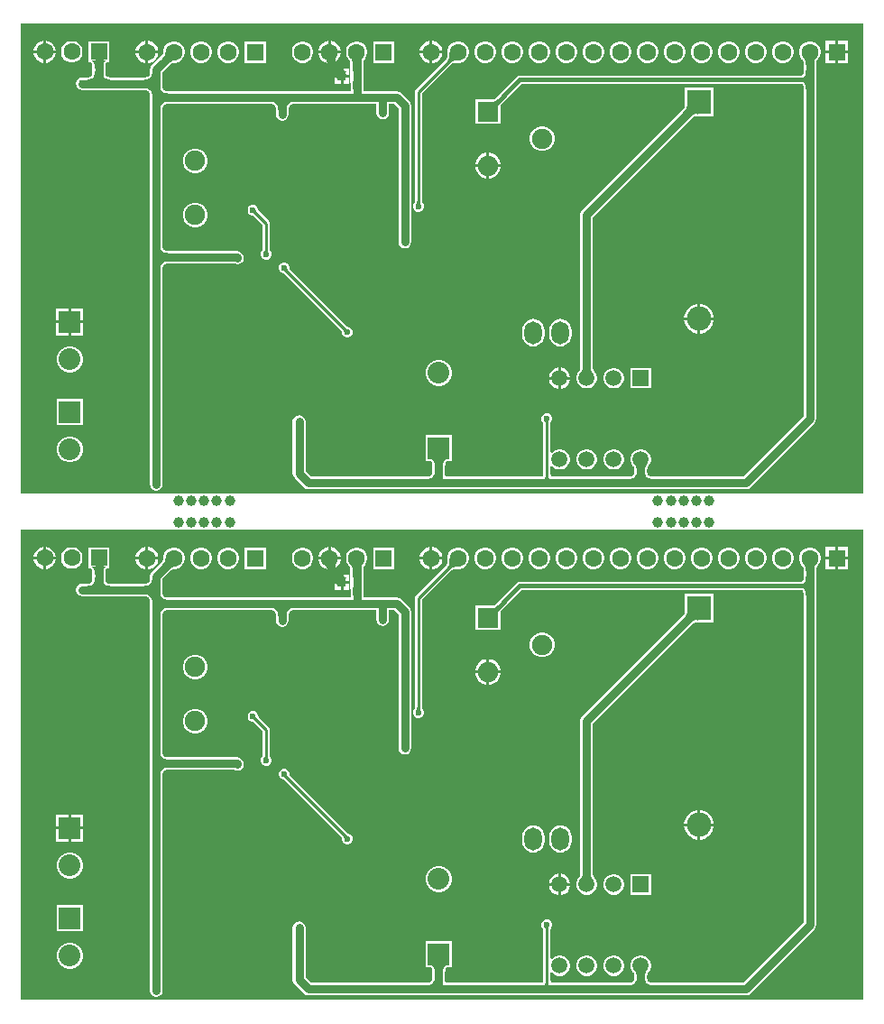
<source format=gbl>
G04*
G04 #@! TF.GenerationSoftware,Altium Limited,Altium Designer,21.9.2 (33)*
G04*
G04 Layer_Physical_Order=2*
G04 Layer_Color=16711680*
%FSTAX24Y24*%
%MOIN*%
G70*
G04*
G04 #@! TF.SameCoordinates,6253CE77-86D3-43C4-916D-D03A74546D46*
G04*
G04*
G04 #@! TF.FilePolarity,Positive*
G04*
G01*
G75*
%ADD13R,0.0315X0.0374*%
%ADD23C,0.0300*%
%ADD24C,0.0100*%
%ADD25C,0.0150*%
%ADD26C,0.0394*%
%ADD27R,0.0591X0.0591*%
%ADD28C,0.0591*%
%ADD29R,0.0750X0.0750*%
%ADD30C,0.0750*%
%ADD31R,0.0630X0.0630*%
%ADD32C,0.0630*%
%ADD33C,0.0800*%
%ADD34R,0.0800X0.0800*%
%ADD35O,0.0650X0.0850*%
%ADD36R,0.0900X0.0900*%
%ADD37C,0.0900*%
%ADD38C,0.0236*%
G36*
X054113Y030138D02*
X022984D01*
Y047487D01*
X054113D01*
X054113Y030138D01*
D02*
G37*
G36*
Y011434D02*
X022984D01*
Y028783D01*
X054113D01*
X054113Y011434D01*
D02*
G37*
%LPC*%
G36*
X023911Y046869D02*
X023906D01*
Y046504D01*
X024271D01*
Y046509D01*
X024243Y046615D01*
X024188Y046709D01*
X024111Y046786D01*
X024017Y046841D01*
X023911Y046869D01*
D02*
G37*
G36*
X023806D02*
X023802D01*
X023696Y046841D01*
X023602Y046786D01*
X023524Y046709D01*
X02347Y046615D01*
X023441Y046509D01*
Y046504D01*
X023806D01*
Y046869D01*
D02*
G37*
G36*
X053551Y046859D02*
X053186D01*
Y046494D01*
X053551D01*
Y046859D01*
D02*
G37*
G36*
X027691D02*
X027686D01*
Y046494D01*
X028051D01*
Y046499D01*
X028023Y046605D01*
X027968Y046699D01*
X027891Y046776D01*
X027797Y046831D01*
X027691Y046859D01*
D02*
G37*
G36*
X038191D02*
X038186D01*
Y046494D01*
X038551D01*
Y046499D01*
X038523Y046605D01*
X038468Y046699D01*
X038391Y046776D01*
X038297Y046831D01*
X038191Y046859D01*
D02*
G37*
G36*
X034441D02*
X034436D01*
Y046494D01*
X034801D01*
Y046499D01*
X034773Y046605D01*
X034718Y046699D01*
X034641Y046776D01*
X034547Y046831D01*
X034441Y046859D01*
D02*
G37*
G36*
X053086D02*
X052721D01*
Y046494D01*
X053086D01*
Y046859D01*
D02*
G37*
G36*
X027586D02*
X027582D01*
X027476Y046831D01*
X027382Y046776D01*
X027304Y046699D01*
X02725Y046605D01*
X027221Y046499D01*
Y046494D01*
X027586D01*
Y046859D01*
D02*
G37*
G36*
X034336D02*
X034332D01*
X034226Y046831D01*
X034132Y046776D01*
X034054Y046699D01*
X034Y046605D01*
X033971Y046499D01*
Y046494D01*
X034336D01*
Y046859D01*
D02*
G37*
G36*
X038086D02*
X038082D01*
X037976Y046831D01*
X037882Y046776D01*
X037804Y046699D01*
X03775Y046605D01*
X037721Y046499D01*
Y046494D01*
X038086D01*
Y046859D01*
D02*
G37*
G36*
X034801Y046394D02*
X034436D01*
Y046196D01*
X034621Y046234D01*
X034617Y046228D01*
X034613Y046218D01*
X03461Y046205D01*
X034607Y046189D01*
X034603Y046147D01*
X0346Y046092D01*
X0346Y046089D01*
X034641Y046112D01*
X034718Y04619D01*
X034773Y046284D01*
X034801Y04639D01*
Y046394D01*
D02*
G37*
G36*
X024908Y046849D02*
X024804D01*
X024704Y046822D01*
X024614Y04677D01*
X02454Y046697D01*
X024488Y046607D01*
X024461Y046506D01*
Y046402D01*
X024488Y046302D01*
X02454Y046212D01*
X024614Y046138D01*
X024704Y046086D01*
X024804Y046059D01*
X024908D01*
X025009Y046086D01*
X025099Y046138D01*
X025173Y046212D01*
X025224Y046302D01*
X025251Y046402D01*
Y046506D01*
X025224Y046607D01*
X025173Y046697D01*
X025099Y04677D01*
X025009Y046822D01*
X024908Y046849D01*
D02*
G37*
G36*
X051188Y046839D02*
X051084D01*
X050984Y046812D01*
X050894Y04676D01*
X05082Y046687D01*
X050768Y046597D01*
X050741Y046496D01*
Y046392D01*
X050768Y046292D01*
X05082Y046202D01*
X050894Y046128D01*
X050984Y046076D01*
X051084Y046049D01*
X051188D01*
X051289Y046076D01*
X051379Y046128D01*
X051452Y046202D01*
X051504Y046292D01*
X051531Y046392D01*
Y046496D01*
X051504Y046597D01*
X051452Y046687D01*
X051379Y04676D01*
X051289Y046812D01*
X051188Y046839D01*
D02*
G37*
G36*
X050188D02*
X050084D01*
X049984Y046812D01*
X049894Y04676D01*
X04982Y046687D01*
X049768Y046597D01*
X049741Y046496D01*
Y046392D01*
X049768Y046292D01*
X04982Y046202D01*
X049894Y046128D01*
X049984Y046076D01*
X050084Y046049D01*
X050188D01*
X050289Y046076D01*
X050379Y046128D01*
X050452Y046202D01*
X050504Y046292D01*
X050531Y046392D01*
Y046496D01*
X050504Y046597D01*
X050452Y046687D01*
X050379Y04676D01*
X050289Y046812D01*
X050188Y046839D01*
D02*
G37*
G36*
X049188D02*
X049084D01*
X048984Y046812D01*
X048894Y04676D01*
X04882Y046687D01*
X048768Y046597D01*
X048741Y046496D01*
Y046392D01*
X048768Y046292D01*
X04882Y046202D01*
X048894Y046128D01*
X048984Y046076D01*
X049084Y046049D01*
X049188D01*
X049289Y046076D01*
X049379Y046128D01*
X049453Y046202D01*
X049504Y046292D01*
X049531Y046392D01*
Y046496D01*
X049504Y046597D01*
X049453Y046687D01*
X049379Y04676D01*
X049289Y046812D01*
X049188Y046839D01*
D02*
G37*
G36*
X048188D02*
X048084D01*
X047984Y046812D01*
X047894Y04676D01*
X04782Y046687D01*
X047768Y046597D01*
X047741Y046496D01*
Y046392D01*
X047768Y046292D01*
X04782Y046202D01*
X047894Y046128D01*
X047984Y046076D01*
X048084Y046049D01*
X048188D01*
X048289Y046076D01*
X048379Y046128D01*
X048453Y046202D01*
X048504Y046292D01*
X048531Y046392D01*
Y046496D01*
X048504Y046597D01*
X048453Y046687D01*
X048379Y04676D01*
X048289Y046812D01*
X048188Y046839D01*
D02*
G37*
G36*
X047188D02*
X047084D01*
X046984Y046812D01*
X046894Y04676D01*
X04682Y046687D01*
X046768Y046597D01*
X046741Y046496D01*
Y046392D01*
X046768Y046292D01*
X04682Y046202D01*
X046894Y046128D01*
X046984Y046076D01*
X047084Y046049D01*
X047188D01*
X047289Y046076D01*
X047379Y046128D01*
X047453Y046202D01*
X047504Y046292D01*
X047531Y046392D01*
Y046496D01*
X047504Y046597D01*
X047453Y046687D01*
X047379Y04676D01*
X047289Y046812D01*
X047188Y046839D01*
D02*
G37*
G36*
X046188D02*
X046084D01*
X045984Y046812D01*
X045894Y04676D01*
X04582Y046687D01*
X045768Y046597D01*
X045741Y046496D01*
Y046392D01*
X045768Y046292D01*
X04582Y046202D01*
X045894Y046128D01*
X045984Y046076D01*
X046084Y046049D01*
X046188D01*
X046289Y046076D01*
X046379Y046128D01*
X046452Y046202D01*
X046504Y046292D01*
X046531Y046392D01*
Y046496D01*
X046504Y046597D01*
X046452Y046687D01*
X046379Y04676D01*
X046289Y046812D01*
X046188Y046839D01*
D02*
G37*
G36*
X045188D02*
X045084D01*
X044984Y046812D01*
X044894Y04676D01*
X04482Y046687D01*
X044768Y046597D01*
X044741Y046496D01*
Y046392D01*
X044768Y046292D01*
X04482Y046202D01*
X044894Y046128D01*
X044984Y046076D01*
X045084Y046049D01*
X045188D01*
X045289Y046076D01*
X045379Y046128D01*
X045452Y046202D01*
X045504Y046292D01*
X045531Y046392D01*
Y046496D01*
X045504Y046597D01*
X045452Y046687D01*
X045379Y04676D01*
X045289Y046812D01*
X045188Y046839D01*
D02*
G37*
G36*
X044188D02*
X044084D01*
X043984Y046812D01*
X043894Y04676D01*
X04382Y046687D01*
X043768Y046597D01*
X043741Y046496D01*
Y046392D01*
X043768Y046292D01*
X04382Y046202D01*
X043894Y046128D01*
X043984Y046076D01*
X044084Y046049D01*
X044188D01*
X044289Y046076D01*
X044379Y046128D01*
X044453Y046202D01*
X044504Y046292D01*
X044531Y046392D01*
Y046496D01*
X044504Y046597D01*
X044453Y046687D01*
X044379Y04676D01*
X044289Y046812D01*
X044188Y046839D01*
D02*
G37*
G36*
X043188D02*
X043084D01*
X042984Y046812D01*
X042894Y04676D01*
X04282Y046687D01*
X042768Y046597D01*
X042741Y046496D01*
Y046392D01*
X042768Y046292D01*
X04282Y046202D01*
X042894Y046128D01*
X042984Y046076D01*
X043084Y046049D01*
X043188D01*
X043289Y046076D01*
X043379Y046128D01*
X043453Y046202D01*
X043504Y046292D01*
X043531Y046392D01*
Y046496D01*
X043504Y046597D01*
X043453Y046687D01*
X043379Y04676D01*
X043289Y046812D01*
X043188Y046839D01*
D02*
G37*
G36*
X042188D02*
X042084D01*
X041984Y046812D01*
X041894Y04676D01*
X04182Y046687D01*
X041768Y046597D01*
X041741Y046496D01*
Y046392D01*
X041768Y046292D01*
X04182Y046202D01*
X041894Y046128D01*
X041984Y046076D01*
X042084Y046049D01*
X042188D01*
X042289Y046076D01*
X042379Y046128D01*
X042453Y046202D01*
X042504Y046292D01*
X042531Y046392D01*
Y046496D01*
X042504Y046597D01*
X042453Y046687D01*
X042379Y04676D01*
X042289Y046812D01*
X042188Y046839D01*
D02*
G37*
G36*
X041188D02*
X041084D01*
X040984Y046812D01*
X040894Y04676D01*
X04082Y046687D01*
X040768Y046597D01*
X040741Y046496D01*
Y046392D01*
X040768Y046292D01*
X04082Y046202D01*
X040894Y046128D01*
X040984Y046076D01*
X041084Y046049D01*
X041188D01*
X041289Y046076D01*
X041379Y046128D01*
X041452Y046202D01*
X041504Y046292D01*
X041531Y046392D01*
Y046496D01*
X041504Y046597D01*
X041452Y046687D01*
X041379Y04676D01*
X041289Y046812D01*
X041188Y046839D01*
D02*
G37*
G36*
X040188D02*
X040084D01*
X039984Y046812D01*
X039894Y04676D01*
X03982Y046687D01*
X039768Y046597D01*
X039741Y046496D01*
Y046392D01*
X039768Y046292D01*
X03982Y046202D01*
X039894Y046128D01*
X039984Y046076D01*
X040084Y046049D01*
X040188D01*
X040289Y046076D01*
X040379Y046128D01*
X040452Y046202D01*
X040504Y046292D01*
X040531Y046392D01*
Y046496D01*
X040504Y046597D01*
X040452Y046687D01*
X040379Y04676D01*
X040289Y046812D01*
X040188Y046839D01*
D02*
G37*
G36*
X036781D02*
X035991D01*
Y046049D01*
X036781D01*
Y046839D01*
D02*
G37*
G36*
X033438D02*
X033334D01*
X033234Y046812D01*
X033144Y04676D01*
X03307Y046687D01*
X033018Y046597D01*
X032991Y046496D01*
Y046392D01*
X033018Y046292D01*
X03307Y046202D01*
X033144Y046128D01*
X033234Y046076D01*
X033334Y046049D01*
X033438D01*
X033539Y046076D01*
X033629Y046128D01*
X033702Y046202D01*
X033754Y046292D01*
X033781Y046392D01*
Y046496D01*
X033754Y046597D01*
X033702Y046687D01*
X033629Y04676D01*
X033539Y046812D01*
X033438Y046839D01*
D02*
G37*
G36*
X032031D02*
X031241D01*
Y046049D01*
X032031D01*
Y046839D01*
D02*
G37*
G36*
X030688D02*
X030584D01*
X030484Y046812D01*
X030394Y04676D01*
X03032Y046687D01*
X030268Y046597D01*
X030241Y046496D01*
Y046392D01*
X030268Y046292D01*
X03032Y046202D01*
X030394Y046128D01*
X030484Y046076D01*
X030584Y046049D01*
X030688D01*
X030789Y046076D01*
X030879Y046128D01*
X030952Y046202D01*
X031004Y046292D01*
X031031Y046392D01*
Y046496D01*
X031004Y046597D01*
X030952Y046687D01*
X030879Y04676D01*
X030789Y046812D01*
X030688Y046839D01*
D02*
G37*
G36*
X029688D02*
X029584D01*
X029484Y046812D01*
X029394Y04676D01*
X02932Y046687D01*
X029268Y046597D01*
X029241Y046496D01*
Y046392D01*
X029268Y046292D01*
X02932Y046202D01*
X029394Y046128D01*
X029484Y046076D01*
X029584Y046049D01*
X029688D01*
X029789Y046076D01*
X029879Y046128D01*
X029952Y046202D01*
X030004Y046292D01*
X030031Y046392D01*
Y046496D01*
X030004Y046597D01*
X029952Y046687D01*
X029879Y04676D01*
X029789Y046812D01*
X029688Y046839D01*
D02*
G37*
G36*
X024271Y046404D02*
X023906D01*
Y046039D01*
X023911D01*
X024017Y046068D01*
X024111Y046122D01*
X024188Y0462D01*
X024243Y046294D01*
X024271Y0464D01*
Y046404D01*
D02*
G37*
G36*
X023806D02*
X023441D01*
Y0464D01*
X02347Y046294D01*
X023524Y0462D01*
X023602Y046122D01*
X023696Y046068D01*
X023802Y046039D01*
X023806D01*
Y046404D01*
D02*
G37*
G36*
X034336Y046394D02*
X033971D01*
Y04639D01*
X034Y046284D01*
X034054Y04619D01*
X034132Y046112D01*
X034226Y046058D01*
X034297Y046039D01*
X034295Y04606D01*
X034292Y046082D01*
X034288Y046102D01*
X034283Y046119D01*
X034277Y046133D01*
X03427Y046145D01*
X034262Y046153D01*
X034254Y046159D01*
X034336Y046176D01*
Y046394D01*
D02*
G37*
G36*
X053551D02*
X053186D01*
Y046029D01*
X053551D01*
Y046394D01*
D02*
G37*
G36*
X053086D02*
X052721D01*
Y046029D01*
X053086D01*
Y046394D01*
D02*
G37*
G36*
X038551D02*
X038186D01*
Y046029D01*
X038191D01*
X038297Y046058D01*
X038391Y046112D01*
X038468Y04619D01*
X038523Y046284D01*
X038551Y04639D01*
Y046394D01*
D02*
G37*
G36*
X038086D02*
X037721D01*
Y04639D01*
X03775Y046284D01*
X037804Y04619D01*
X037882Y046112D01*
X037976Y046058D01*
X038082Y046029D01*
X038086D01*
Y046394D01*
D02*
G37*
G36*
X028051D02*
X027686D01*
Y046029D01*
X027691D01*
X027797Y046058D01*
X027891Y046112D01*
X027968Y04619D01*
X028023Y046284D01*
X028051Y04639D01*
Y046394D01*
D02*
G37*
G36*
X027586D02*
X027221D01*
Y04639D01*
X02725Y046284D01*
X027304Y04619D01*
X027382Y046112D01*
X027476Y046058D01*
X027582Y046029D01*
X027586D01*
Y046394D01*
D02*
G37*
G36*
X035098Y045841D02*
X034891D01*
Y045779D01*
X034899Y045774D01*
X034927Y045759D01*
X034952Y045749D01*
X034976Y045742D01*
X034997Y04574D01*
X034891Y045614D01*
Y045604D01*
X035098D01*
Y045841D01*
D02*
G37*
G36*
X034583Y045614D02*
Y045604D01*
X03459D01*
X034583Y045614D01*
D02*
G37*
G36*
X035098Y045504D02*
X034891D01*
Y045267D01*
X035098D01*
Y045504D01*
D02*
G37*
G36*
X034651D02*
X034583D01*
Y045267D01*
X034791D01*
Y045495D01*
X034685Y045369D01*
X034682Y045401D01*
X034676Y045434D01*
X034665Y045469D01*
X034651Y045504D01*
D02*
G37*
G36*
X048566Y045124D02*
X047506D01*
Y044572D01*
X047506Y04457D01*
X047506Y044568D01*
Y044433D01*
X047493Y04441D01*
X047463Y044367D01*
X047386Y044276D01*
X043721Y04061D01*
X04367Y040534D01*
X043652Y040444D01*
Y034762D01*
X04365Y034747D01*
X043647Y034726D01*
X043643Y034709D01*
X043639Y034694D01*
X043634Y034682D01*
X04363Y034673D01*
X043626Y034667D01*
X043619Y034659D01*
X043616Y034655D01*
X043586Y034625D01*
X043537Y034539D01*
X043511Y034444D01*
Y034345D01*
X043537Y03425D01*
X043586Y034164D01*
X043656Y034094D01*
X043742Y034045D01*
X043837Y034019D01*
X043936D01*
X044031Y034045D01*
X044117Y034094D01*
X044187Y034164D01*
X044236Y03425D01*
X044262Y034345D01*
Y034444D01*
X044236Y034539D01*
X044187Y034625D01*
X044157Y034655D01*
X044154Y034659D01*
X044147Y034667D01*
X044143Y034673D01*
X044139Y034682D01*
X044134Y034694D01*
X04413Y034709D01*
X044126Y034726D01*
X044123Y034746D01*
X044121Y034767D01*
Y040347D01*
X047702Y043929D01*
X04776Y043982D01*
X047808Y044021D01*
X047852Y044051D01*
X047875Y044064D01*
X04801D01*
X048012Y044064D01*
X048014Y044064D01*
X048566D01*
Y045124D01*
D02*
G37*
G36*
X042296Y043699D02*
X042177D01*
X042061Y043668D01*
X041957Y043608D01*
X041872Y043524D01*
X041812Y04342D01*
X041781Y043304D01*
Y043184D01*
X041812Y043069D01*
X041872Y042965D01*
X041957Y04288D01*
X042061Y04282D01*
X042177Y042789D01*
X042296D01*
X042412Y04282D01*
X042516Y04288D01*
X042601Y042965D01*
X04266Y043069D01*
X042691Y043184D01*
Y043304D01*
X04266Y04342D01*
X042601Y043524D01*
X042516Y043608D01*
X042412Y043668D01*
X042296Y043699D01*
D02*
G37*
G36*
X040299Y042719D02*
X040286D01*
Y042294D01*
X040711D01*
Y042307D01*
X040679Y042428D01*
X040617Y042536D01*
X040528Y042624D01*
X04042Y042687D01*
X040299Y042719D01*
D02*
G37*
G36*
X040186D02*
X040174D01*
X040053Y042687D01*
X039945Y042624D01*
X039856Y042536D01*
X039794Y042428D01*
X039761Y042307D01*
Y042294D01*
X040186D01*
Y042719D01*
D02*
G37*
G36*
X029476Y042879D02*
X029357D01*
X029241Y042848D01*
X029137Y042788D01*
X029052Y042704D01*
X028992Y0426D01*
X028961Y042484D01*
Y042364D01*
X028992Y042249D01*
X029052Y042145D01*
X029137Y04206D01*
X029241Y042D01*
X029357Y041969D01*
X029476D01*
X029592Y042D01*
X029696Y04206D01*
X029781Y042145D01*
X02984Y042249D01*
X029871Y042364D01*
Y042484D01*
X02984Y0426D01*
X029781Y042704D01*
X029696Y042788D01*
X029592Y042848D01*
X029476Y042879D01*
D02*
G37*
G36*
X040711Y042194D02*
X040286D01*
Y041769D01*
X040299D01*
X04042Y041802D01*
X040528Y041864D01*
X040617Y041953D01*
X040679Y042061D01*
X040711Y042182D01*
Y042194D01*
D02*
G37*
G36*
X040186D02*
X039761D01*
Y042182D01*
X039794Y042061D01*
X039856Y041953D01*
X039945Y041864D01*
X040053Y041802D01*
X040174Y041769D01*
X040186D01*
Y042194D01*
D02*
G37*
G36*
X039188Y046839D02*
X039084D01*
X038984Y046812D01*
X038894Y04676D01*
X03882Y046687D01*
X038768Y046597D01*
X038741Y046496D01*
Y046449D01*
X03874Y046442D01*
X03874Y046398D01*
X038735Y046321D01*
X03873Y04629D01*
X038725Y046262D01*
X038718Y046238D01*
X038711Y046219D01*
X038704Y046203D01*
X038696Y046192D01*
X038696Y046191D01*
X037573Y045068D01*
X037544Y045025D01*
X037534Y044974D01*
Y040907D01*
X037533Y040903D01*
X037532Y040899D01*
X037531Y040895D01*
X03753Y040892D01*
X037529Y040891D01*
X037528Y040889D01*
X037527Y040888D01*
X037524Y040884D01*
X037521Y040879D01*
X037499Y040857D01*
X037468Y040784D01*
Y040705D01*
X037499Y040632D01*
X037554Y040576D01*
X037627Y040546D01*
X037706D01*
X037779Y040576D01*
X037834Y040632D01*
X037865Y040705D01*
Y040784D01*
X037834Y040857D01*
X037812Y040879D01*
X037809Y040884D01*
X037805Y040888D01*
X037805Y040889D01*
X037804Y040891D01*
X037803Y040892D01*
X037802Y040895D01*
X037801Y040899D01*
X0378Y040903D01*
X037799Y040907D01*
Y044919D01*
X038883Y046004D01*
X038884Y046004D01*
X038895Y046012D01*
X038911Y046019D01*
X03893Y046026D01*
X038954Y046033D01*
X038982Y046038D01*
X039013Y046043D01*
X03909Y046048D01*
X039134Y046048D01*
X039141Y046049D01*
X039188D01*
X039289Y046076D01*
X039379Y046128D01*
X039453Y046202D01*
X039504Y046292D01*
X039531Y046392D01*
Y046496D01*
X039504Y046597D01*
X039453Y046687D01*
X039379Y04676D01*
X039289Y046812D01*
X039188Y046839D01*
D02*
G37*
G36*
X029476Y040879D02*
X029357D01*
X029241Y040848D01*
X029137Y040788D01*
X029052Y040704D01*
X028992Y0406D01*
X028961Y040484D01*
Y040364D01*
X028992Y040249D01*
X029052Y040145D01*
X029137Y04006D01*
X029241Y04D01*
X029357Y039969D01*
X029476D01*
X029592Y04D01*
X029696Y04006D01*
X029781Y040145D01*
X02984Y040249D01*
X029871Y040364D01*
Y040484D01*
X02984Y0406D01*
X029781Y040704D01*
X029696Y040788D01*
X029592Y040848D01*
X029476Y040879D01*
D02*
G37*
G36*
X026251Y046849D02*
X025461D01*
Y046059D01*
X025549D01*
X025567Y046058D01*
X025574Y046055D01*
X02558Y046051D01*
X025587Y046043D01*
X025596Y046029D01*
X025605Y046006D01*
X025613Y045976D01*
X025619Y045938D01*
X025622Y04591D01*
Y045675D01*
X025615Y045636D01*
X025604Y045604D01*
X02559Y045578D01*
X025573Y045557D01*
X025553Y04554D01*
X025527Y045527D01*
X025494Y045516D01*
X025456Y045509D01*
X025246D01*
X025157Y045491D01*
X025081Y04544D01*
X02503Y045364D01*
X025012Y045274D01*
X02503Y045185D01*
X025081Y045109D01*
X025157Y045058D01*
X025246Y04504D01*
X027576D01*
X027614Y045033D01*
X027647Y045022D01*
X027673Y045008D01*
X027693Y044991D01*
X02771Y044971D01*
X027724Y044945D01*
X027735Y044912D01*
X027742Y044874D01*
Y044764D01*
Y038864D01*
Y030474D01*
X02776Y030385D01*
X027811Y030309D01*
X027887Y030258D01*
X027976Y03024D01*
X028066Y030258D01*
X028142Y030309D01*
X028193Y030385D01*
X028211Y030474D01*
Y038464D01*
X028218Y038502D01*
X028229Y038535D01*
X028243Y038561D01*
X028259Y038581D01*
X02828Y038598D01*
X028306Y038612D01*
X028339Y038623D01*
X028377Y03863D01*
X030879D01*
X030897Y038618D01*
X030986Y0386D01*
X031076Y038618D01*
X031152Y038669D01*
X031203Y038745D01*
X031221Y038834D01*
X031203Y038924D01*
X031152Y039D01*
X031122Y03903D01*
X031046Y039081D01*
X030956Y039099D01*
X028377D01*
X028339Y039106D01*
X028306Y039117D01*
X02828Y03913D01*
X028259Y039147D01*
X028243Y039168D01*
X028229Y039194D01*
X028218Y039226D01*
X028211Y039265D01*
Y044364D01*
X028218Y044402D01*
X028229Y044435D01*
X028243Y044461D01*
X028259Y044481D01*
X02828Y044498D01*
X028306Y044512D01*
X028339Y044523D01*
X028377Y04453D01*
X032236D01*
X032274Y044523D01*
X032307Y044512D01*
X032333Y044498D01*
X032353Y044481D01*
X03237Y044461D01*
X032384Y044435D01*
X032395Y044402D01*
X032402Y044364D01*
Y044144D01*
X03242Y044055D01*
X032471Y043979D01*
X032547Y043928D01*
X032636Y04391D01*
X032726Y043928D01*
X032802Y043979D01*
X032853Y044055D01*
X032871Y044144D01*
Y044364D01*
X032878Y044402D01*
X032889Y044435D01*
X032903Y044461D01*
X032919Y044481D01*
X03294Y044498D01*
X032966Y044512D01*
X032999Y044523D01*
X033037Y04453D01*
X036112D01*
Y044184D01*
X03613Y044095D01*
X036181Y044019D01*
X036257Y043968D01*
X036346Y04395D01*
X036436Y043968D01*
X036512Y044019D01*
X036563Y044095D01*
X036581Y044184D01*
Y04453D01*
X036779D01*
X036934Y044376D01*
Y039432D01*
X036951Y039342D01*
X037002Y039266D01*
X037078Y039215D01*
X037168Y039197D01*
X037258Y039215D01*
X037334Y039266D01*
X037385Y039342D01*
X037403Y039432D01*
Y044473D01*
X037403Y044473D01*
X037385Y044562D01*
X037334Y044639D01*
X037334Y044639D01*
X037042Y04493D01*
X036966Y044981D01*
X036876Y044999D01*
X035627D01*
Y045287D01*
X03563D01*
Y045367D01*
X03563Y045369D01*
X03563Y045369D01*
X03563Y04537D01*
X03563Y045371D01*
Y045738D01*
X03563Y04574D01*
X03563Y045741D01*
X03563Y045743D01*
X03563Y045754D01*
Y045821D01*
X035627D01*
X035624Y045944D01*
Y046041D01*
X035626Y046062D01*
X03563Y046084D01*
X035635Y046104D01*
X035641Y04612D01*
X035647Y046135D01*
X035653Y046146D01*
X03566Y046156D01*
X03567Y046167D01*
X035673Y046172D01*
X035703Y046202D01*
X035754Y046292D01*
X035781Y046392D01*
Y046496D01*
X035754Y046597D01*
X035703Y046687D01*
X035629Y04676D01*
X035539Y046812D01*
X035438Y046839D01*
X035334D01*
X035234Y046812D01*
X035144Y04676D01*
X03507Y046687D01*
X035018Y046597D01*
X034991Y046496D01*
Y046392D01*
X035018Y046292D01*
X03507Y046202D01*
X035105Y046168D01*
X035108Y046162D01*
X035118Y046151D01*
X035125Y046142D01*
X035131Y04613D01*
X035138Y046116D01*
X035143Y0461D01*
X035148Y04608D01*
X035152Y04606D01*
X035155Y04603D01*
Y045821D01*
X035155D01*
Y045742D01*
X035154Y04574D01*
X035155Y045738D01*
Y04537D01*
X035154Y045369D01*
X035154Y045368D01*
X035154Y045367D01*
X035155Y04535D01*
Y045287D01*
X035156D01*
X035158Y045208D01*
Y044999D01*
X028377D01*
X028339Y045006D01*
X028306Y045017D01*
X02828Y04503D01*
X028259Y045047D01*
X028243Y045068D01*
X028229Y045094D01*
X028218Y045126D01*
X028211Y045165D01*
Y045687D01*
X028516Y045992D01*
X028532Y046005D01*
X028551Y046018D01*
X028568Y046028D01*
X028584Y046036D01*
X028598Y046042D01*
X028611Y046045D01*
X028622Y046047D01*
X028637Y046048D01*
X028643Y046049D01*
X028688D01*
X028789Y046076D01*
X028879Y046128D01*
X028953Y046202D01*
X029004Y046292D01*
X029031Y046392D01*
Y046496D01*
X029004Y046597D01*
X028953Y046687D01*
X028879Y04676D01*
X028789Y046812D01*
X028688Y046839D01*
X028584D01*
X028484Y046812D01*
X028394Y04676D01*
X02832Y046687D01*
X028268Y046597D01*
X028241Y046496D01*
Y046451D01*
X02824Y046445D01*
X028239Y04643D01*
X028237Y046419D01*
X028234Y046406D01*
X028228Y046392D01*
X02822Y046376D01*
X02821Y046359D01*
X028198Y046341D01*
X028179Y046319D01*
X027811Y04595D01*
X02776Y045874D01*
X027742Y045784D01*
Y045675D01*
X027735Y045636D01*
X027724Y045604D01*
X02771Y045578D01*
X027693Y045557D01*
X027673Y04554D01*
X027647Y045527D01*
X027614Y045516D01*
X027576Y045509D01*
X026257D01*
X026219Y045516D01*
X026186Y045527D01*
X02616Y04554D01*
X026139Y045557D01*
X026123Y045578D01*
X026109Y045604D01*
X026098Y045636D01*
X026091Y045675D01*
Y04591D01*
X026093Y045938D01*
X0261Y045976D01*
X026108Y046006D01*
X026117Y046029D01*
X026126Y046043D01*
X026133Y046051D01*
X026139Y046055D01*
X026146Y046058D01*
X026164Y046059D01*
X026251D01*
Y046849D01*
D02*
G37*
G36*
X031593Y040802D02*
X031514D01*
X031441Y040772D01*
X031386Y040717D01*
X031356Y040644D01*
Y040565D01*
X031386Y040492D01*
X031441Y040436D01*
X031514Y040406D01*
X031545D01*
X031552Y040405D01*
X031557Y040405D01*
X031558Y040404D01*
X03156Y040404D01*
X031562Y040403D01*
X031565Y040402D01*
X031568Y0404D01*
X031572Y040398D01*
X031575Y040396D01*
X031911Y040059D01*
Y039142D01*
X031911Y039138D01*
X03191Y039133D01*
X031908Y03913D01*
X031907Y039127D01*
X031906Y039125D01*
X031906Y039124D01*
X031905Y039123D01*
X031901Y039119D01*
X031898Y039113D01*
X031876Y039091D01*
X031846Y039018D01*
Y03894D01*
X031876Y038867D01*
X031931Y038811D01*
X032004Y038781D01*
X032083D01*
X032156Y038811D01*
X032212Y038867D01*
X032242Y03894D01*
Y039018D01*
X032212Y039091D01*
X03219Y039113D01*
X032186Y039119D01*
X032183Y039123D01*
X032182Y039124D01*
X032181Y039125D01*
X03218Y039127D01*
X032179Y03913D01*
X032178Y039133D01*
X032177Y039138D01*
X032176Y039142D01*
Y040114D01*
X032166Y040165D01*
X032137Y040208D01*
X031762Y040583D01*
X03176Y040586D01*
X031758Y04059D01*
X031756Y040593D01*
X031755Y040596D01*
X031754Y040598D01*
X031754Y0406D01*
X031753Y040601D01*
X031753Y040606D01*
X031752Y040613D01*
Y040644D01*
X031722Y040717D01*
X031666Y040772D01*
X031593Y040802D01*
D02*
G37*
G36*
X048109Y037144D02*
X048086D01*
Y036644D01*
X048586D01*
Y036667D01*
X048549Y036807D01*
X048477Y036932D01*
X048374Y037034D01*
X048249Y037107D01*
X048109Y037144D01*
D02*
G37*
G36*
X047986D02*
X047964D01*
X047824Y037107D01*
X047699Y037034D01*
X047596Y036932D01*
X047524Y036807D01*
X047486Y036667D01*
Y036644D01*
X047986D01*
Y037144D01*
D02*
G37*
G36*
X025286Y036972D02*
X024836D01*
Y036522D01*
X025286D01*
Y036972D01*
D02*
G37*
G36*
X024736D02*
X024286D01*
Y036522D01*
X024736D01*
Y036972D01*
D02*
G37*
G36*
X048586Y036544D02*
X048086D01*
Y036044D01*
X048109D01*
X048249Y036082D01*
X048374Y036154D01*
X048477Y036257D01*
X048549Y036382D01*
X048586Y036522D01*
Y036544D01*
D02*
G37*
G36*
X047986D02*
X047486D01*
Y036522D01*
X047524Y036382D01*
X047596Y036257D01*
X047699Y036154D01*
X047824Y036082D01*
X047964Y036044D01*
X047986D01*
Y036544D01*
D02*
G37*
G36*
X025286Y036422D02*
X024836D01*
Y035972D01*
X025286D01*
Y036422D01*
D02*
G37*
G36*
X024736D02*
X024286D01*
Y035972D01*
X024736D01*
Y036422D01*
D02*
G37*
G36*
X032746Y038672D02*
X032667D01*
X032594Y038642D01*
X032538Y038587D01*
X032508Y038514D01*
Y038435D01*
X032538Y038362D01*
X032594Y038306D01*
X032667Y038276D01*
X032677D01*
X032678Y038276D01*
X032681Y038275D01*
X032684Y038273D01*
X032688Y038271D01*
X032693Y038268D01*
X032697Y038265D01*
X032703Y038261D01*
X034836Y036127D01*
X034838Y036125D01*
X034838Y036124D01*
X034838Y036124D01*
Y036045D01*
X034869Y035972D01*
X034924Y035916D01*
X034997Y035886D01*
X035076D01*
X035149Y035916D01*
X035204Y035972D01*
X035235Y036045D01*
Y036124D01*
X035204Y036197D01*
X035149Y036252D01*
X035076Y036282D01*
X035065D01*
X035065Y036283D01*
X035062Y036284D01*
X035059Y036285D01*
X035055Y036288D01*
X03505Y03629D01*
X035046Y036293D01*
X03504Y036298D01*
X032907Y038431D01*
X032905Y038434D01*
X032905Y038435D01*
X032905Y038435D01*
Y038514D01*
X032874Y038587D01*
X032819Y038642D01*
X032746Y038672D01*
D02*
G37*
G36*
X042916Y036583D02*
X042811Y036569D01*
X042712Y036528D01*
X042628Y036463D01*
X042563Y036379D01*
X042522Y03628D01*
X042508Y036174D01*
Y035974D01*
X042522Y035869D01*
X042563Y03577D01*
X042628Y035686D01*
X042712Y035621D01*
X042811Y03558D01*
X042916Y035566D01*
X043022Y03558D01*
X043121Y035621D01*
X043205Y035686D01*
X04327Y03577D01*
X043311Y035869D01*
X043325Y035974D01*
Y036174D01*
X043311Y03628D01*
X04327Y036379D01*
X043205Y036463D01*
X043121Y036528D01*
X043022Y036569D01*
X042916Y036583D01*
D02*
G37*
G36*
X041916D02*
X041811Y036569D01*
X041712Y036528D01*
X041628Y036463D01*
X041563Y036379D01*
X041522Y03628D01*
X041508Y036174D01*
Y035974D01*
X041522Y035869D01*
X041563Y03577D01*
X041628Y035686D01*
X041712Y035621D01*
X041811Y03558D01*
X041916Y035566D01*
X042022Y03558D01*
X042121Y035621D01*
X042205Y035686D01*
X04227Y03577D01*
X042311Y035869D01*
X042325Y035974D01*
Y036174D01*
X042311Y03628D01*
X04227Y036379D01*
X042205Y036463D01*
X042121Y036528D01*
X042022Y036569D01*
X041916Y036583D01*
D02*
G37*
G36*
X02485Y035574D02*
X024723D01*
X024601Y035542D01*
X024492Y035478D01*
X024402Y035389D01*
X024339Y03528D01*
X024306Y035158D01*
Y035031D01*
X024339Y034909D01*
X024402Y0348D01*
X024492Y03471D01*
X024601Y034647D01*
X024723Y034614D01*
X02485D01*
X024972Y034647D01*
X025081Y03471D01*
X025171Y0348D01*
X025234Y034909D01*
X025266Y035031D01*
Y035158D01*
X025234Y03528D01*
X025171Y035389D01*
X025081Y035478D01*
X024972Y035542D01*
X02485Y035574D01*
D02*
G37*
G36*
X042938Y03479D02*
X042936D01*
Y034444D01*
X043282D01*
Y034446D01*
X043255Y034547D01*
X043203Y034637D01*
X043129Y034711D01*
X043039Y034763D01*
X042938Y03479D01*
D02*
G37*
G36*
X042836D02*
X042834D01*
X042734Y034763D01*
X042644Y034711D01*
X04257Y034637D01*
X042518Y034547D01*
X042491Y034446D01*
Y034444D01*
X042836D01*
Y03479D01*
D02*
G37*
G36*
X038483Y035074D02*
X038357D01*
X038235Y035042D01*
X038125Y034978D01*
X038036Y034889D01*
X037973Y03478D01*
X03794Y034658D01*
Y034531D01*
X037973Y034409D01*
X038036Y0343D01*
X038125Y03421D01*
X038235Y034147D01*
X038357Y034114D01*
X038483D01*
X038605Y034147D01*
X038715Y03421D01*
X038804Y0343D01*
X038867Y034409D01*
X0389Y034531D01*
Y034658D01*
X038867Y03478D01*
X038804Y034889D01*
X038715Y034978D01*
X038605Y035042D01*
X038483Y035074D01*
D02*
G37*
G36*
X046262Y03477D02*
X045511D01*
Y034019D01*
X046262D01*
Y03477D01*
D02*
G37*
G36*
X044936D02*
X044837D01*
X044742Y034744D01*
X044656Y034695D01*
X044586Y034625D01*
X044537Y034539D01*
X044511Y034444D01*
Y034345D01*
X044537Y03425D01*
X044586Y034164D01*
X044656Y034094D01*
X044742Y034045D01*
X044837Y034019D01*
X044936D01*
X045031Y034045D01*
X045117Y034094D01*
X045187Y034164D01*
X045236Y03425D01*
X045262Y034345D01*
Y034444D01*
X045236Y034539D01*
X045187Y034625D01*
X045117Y034695D01*
X045031Y034744D01*
X044936Y03477D01*
D02*
G37*
G36*
X043282Y034344D02*
X042936D01*
Y033999D01*
X042938D01*
X043039Y034026D01*
X043129Y034078D01*
X043203Y034152D01*
X043255Y034242D01*
X043282Y034342D01*
Y034344D01*
D02*
G37*
G36*
X042836D02*
X042491D01*
Y034342D01*
X042518Y034242D01*
X04257Y034152D01*
X042644Y034078D01*
X042734Y034026D01*
X042834Y033999D01*
X042836D01*
Y034344D01*
D02*
G37*
G36*
X025266Y033624D02*
X024306D01*
Y032664D01*
X025266D01*
Y033624D01*
D02*
G37*
G36*
X02485Y032246D02*
X024723D01*
X024601Y032214D01*
X024492Y032151D01*
X024402Y032061D01*
X024339Y031952D01*
X024306Y03183D01*
Y031703D01*
X024339Y031581D01*
X024402Y031472D01*
X024492Y031382D01*
X024601Y031319D01*
X024723Y031286D01*
X02485D01*
X024972Y031319D01*
X025081Y031382D01*
X025171Y031472D01*
X025234Y031581D01*
X025266Y031703D01*
Y03183D01*
X025234Y031952D01*
X025171Y032061D01*
X025081Y032151D01*
X024972Y032214D01*
X02485Y032246D01*
D02*
G37*
G36*
X044936Y03177D02*
X044837D01*
X044742Y031744D01*
X044656Y031695D01*
X044586Y031625D01*
X044537Y031539D01*
X044511Y031444D01*
Y031345D01*
X044537Y03125D01*
X044586Y031164D01*
X044656Y031094D01*
X044742Y031045D01*
X044837Y031019D01*
X044936D01*
X045031Y031045D01*
X045117Y031094D01*
X045187Y031164D01*
X045236Y03125D01*
X045262Y031345D01*
Y031444D01*
X045236Y031539D01*
X045187Y031625D01*
X045117Y031695D01*
X045031Y031744D01*
X044936Y03177D01*
D02*
G37*
G36*
X043936D02*
X043837D01*
X043742Y031744D01*
X043656Y031695D01*
X043586Y031625D01*
X043537Y031539D01*
X043511Y031444D01*
Y031345D01*
X043537Y03125D01*
X043586Y031164D01*
X043656Y031094D01*
X043742Y031045D01*
X043837Y031019D01*
X043936D01*
X044031Y031045D01*
X044117Y031094D01*
X044187Y031164D01*
X044236Y03125D01*
X044262Y031345D01*
Y031444D01*
X044236Y031539D01*
X044187Y031625D01*
X044117Y031695D01*
X044031Y031744D01*
X043936Y03177D01*
D02*
G37*
G36*
X052188Y046839D02*
X052084D01*
X051984Y046812D01*
X051894Y04676D01*
X05182Y046687D01*
X051768Y046597D01*
X051741Y046496D01*
Y046392D01*
X051768Y046292D01*
X05182Y046202D01*
X051852Y04617D01*
X051855Y046165D01*
X051866Y046154D01*
X051872Y046144D01*
X051879Y046133D01*
X051885Y046118D01*
X051891Y046102D01*
X051895Y046082D01*
X051899Y046061D01*
X051902Y046032D01*
Y04573D01*
X051899Y045702D01*
X051893Y045664D01*
X051885Y045634D01*
X051876Y045611D01*
X051867Y045597D01*
X05186Y045589D01*
X051858Y045588D01*
X051777Y045582D01*
X041416D01*
X041356Y04557D01*
X041305Y045536D01*
X040524Y044756D01*
X040497Y044731D01*
X040475Y044713D01*
X040456Y044699D01*
X039781D01*
Y043789D01*
X040691D01*
Y044464D01*
X040704Y044482D01*
X040741Y044525D01*
X041482Y045266D01*
X051795D01*
X051852Y045264D01*
X051854Y045264D01*
X05186Y04526D01*
X051867Y045252D01*
X051876Y045237D01*
X051885Y045215D01*
X051893Y045185D01*
X051899Y045147D01*
X051902Y045119D01*
Y032992D01*
X049669Y030759D01*
X046287D01*
X046249Y030766D01*
X046216Y030777D01*
X04619Y03079D01*
X046169Y030807D01*
X046153Y030828D01*
X046139Y030854D01*
X046128Y030886D01*
X046121Y030925D01*
Y031027D01*
X046122Y031042D01*
X046126Y031062D01*
X04613Y03108D01*
X046134Y031095D01*
X046139Y031107D01*
X046143Y031115D01*
X046147Y031121D01*
X046154Y03113D01*
X046157Y031134D01*
X046187Y031164D01*
X046236Y03125D01*
X046262Y031345D01*
Y031444D01*
X046236Y031539D01*
X046187Y031625D01*
X046117Y031695D01*
X046031Y031744D01*
X045936Y03177D01*
X045837D01*
X045742Y031744D01*
X045656Y031695D01*
X045586Y031625D01*
X045537Y031539D01*
X045511Y031444D01*
Y031345D01*
X045537Y03125D01*
X045586Y031164D01*
X045616Y031134D01*
X045619Y03113D01*
X045626Y031121D01*
X04563Y031115D01*
X045634Y031107D01*
X045639Y031095D01*
X045643Y03108D01*
X045647Y031062D01*
X04565Y031043D01*
X045652Y031022D01*
Y030925D01*
X045645Y030886D01*
X045634Y030854D01*
X04562Y030828D01*
X045603Y030807D01*
X045583Y03079D01*
X045557Y030777D01*
X045524Y030766D01*
X045486Y030759D01*
X042561D01*
X042549Y03091D01*
Y031133D01*
X042599Y031151D01*
X042656Y031094D01*
X042742Y031045D01*
X042837Y031019D01*
X042936D01*
X043031Y031045D01*
X043117Y031094D01*
X043187Y031164D01*
X043236Y03125D01*
X043262Y031345D01*
Y031444D01*
X043236Y031539D01*
X043187Y031625D01*
X043117Y031695D01*
X043031Y031744D01*
X042936Y03177D01*
X042837D01*
X042742Y031744D01*
X042656Y031695D01*
X042599Y031638D01*
X042549Y031656D01*
Y032732D01*
X04255Y032736D01*
X042551Y03274D01*
X042552Y032744D01*
X042553Y032746D01*
X042554Y032748D01*
X042555Y03275D01*
X042555Y032751D01*
X042559Y032755D01*
X042562Y03276D01*
X042584Y032782D01*
X042615Y032855D01*
Y032934D01*
X042584Y033007D01*
X042529Y033062D01*
X042456Y033093D01*
X042377D01*
X042304Y033062D01*
X042249Y033007D01*
X042218Y032934D01*
Y032855D01*
X042249Y032782D01*
X042271Y03276D01*
X042274Y032755D01*
X042277Y032751D01*
X042278Y03275D01*
X042279Y032748D01*
X04228Y032746D01*
X042281Y032744D01*
X042282Y03274D01*
X042283Y032736D01*
X042284Y032732D01*
Y030922D01*
X042283Y030867D01*
X042276Y030787D01*
X042272Y030759D01*
X038658D01*
X038655Y030828D01*
Y031178D01*
X038657Y031206D01*
X038663Y031244D01*
X038672Y031274D01*
X038681Y031296D01*
X038689Y031311D01*
X038697Y031319D01*
X038703Y031323D01*
X03871Y031325D01*
X038728Y031327D01*
X0389D01*
Y032287D01*
X03794D01*
Y031327D01*
X038112D01*
X038131Y031325D01*
X038137Y031323D01*
X038143Y031319D01*
X038151Y031311D01*
X03816Y031296D01*
X038169Y031274D01*
X038177Y031244D01*
X038183Y031206D01*
X038186Y031178D01*
Y030925D01*
X038179Y030886D01*
X038168Y030854D01*
X038154Y030828D01*
X038137Y030807D01*
X038117Y03079D01*
X038091Y030777D01*
X038058Y030766D01*
X03802Y030759D01*
X033704D01*
X033491Y030972D01*
Y032794D01*
X033473Y032884D01*
X033422Y03296D01*
X033346Y033011D01*
X033256Y033029D01*
X033167Y033011D01*
X033091Y03296D01*
X03304Y032884D01*
X033022Y032794D01*
Y030874D01*
X03304Y030785D01*
X033091Y030709D01*
X033441Y030359D01*
X033517Y030308D01*
X033606Y03029D01*
X049766D01*
X049856Y030308D01*
X049932Y030359D01*
X052302Y032729D01*
X052353Y032805D01*
X052371Y032894D01*
Y045424D01*
Y046039D01*
X052373Y04606D01*
X052377Y046082D01*
X052382Y046102D01*
X052388Y046118D01*
X052394Y046133D01*
X052401Y046144D01*
X052407Y046154D01*
X052417Y046165D01*
X052421Y04617D01*
X052453Y046202D01*
X052504Y046292D01*
X052531Y046392D01*
Y046496D01*
X052504Y046597D01*
X052453Y046687D01*
X052379Y04676D01*
X052289Y046812D01*
X052188Y046839D01*
D02*
G37*
%LPD*%
G36*
X048012Y044146D02*
X047989Y044163D01*
X047961Y044171D01*
X047929D01*
X047893Y044163D01*
X047853Y044146D01*
X047808Y04412D01*
X047759Y044086D01*
X047706Y044044D01*
X047588Y043933D01*
X047376Y044146D01*
X047435Y044207D01*
X047528Y044317D01*
X047562Y044366D01*
X047588Y044411D01*
X047605Y044451D01*
X047613Y044487D01*
Y044519D01*
X047605Y044547D01*
X047588Y04457D01*
X048012Y044146D01*
D02*
G37*
G36*
X044037Y034794D02*
X044042Y034737D01*
X044046Y034711D01*
X044051Y034688D01*
X044057Y034667D01*
X044064Y034648D01*
X044073Y034632D01*
X044082Y034617D01*
X044093Y034605D01*
X04368D01*
X043691Y034617D01*
X0437Y034632D01*
X043709Y034648D01*
X043716Y034667D01*
X043722Y034688D01*
X043727Y034711D01*
X043731Y034737D01*
X043734Y034764D01*
X043736Y034826D01*
X044036D01*
X044037Y034794D01*
D02*
G37*
G36*
X039133Y046129D02*
X039087Y046129D01*
X039005Y046124D01*
X038968Y046119D01*
X038935Y046112D01*
X038905Y046104D01*
X038879Y046094D01*
X038855Y046083D01*
X038835Y04607D01*
X038818Y046056D01*
X038748Y046126D01*
X038762Y046143D01*
X038775Y046163D01*
X038786Y046187D01*
X038796Y046213D01*
X038804Y046243D01*
X038811Y046276D01*
X038816Y046313D01*
X038821Y046395D01*
X038821Y046441D01*
X039133Y046129D01*
D02*
G37*
G36*
X037717Y04091D02*
X037718Y040899D01*
X037719Y040888D01*
X037722Y040878D01*
X037725Y040868D01*
X037728Y040859D01*
X037732Y040851D01*
X037737Y040843D01*
X037743Y040835D01*
X037749Y040829D01*
X037584D01*
X03759Y040835D01*
X037596Y040843D01*
X0376Y040851D01*
X037605Y040859D01*
X037608Y040868D01*
X037611Y040878D01*
X037614Y040888D01*
X037615Y040899D01*
X037616Y04091D01*
X037616Y040922D01*
X037716D01*
X037717Y04091D01*
D02*
G37*
G36*
X028633Y046129D02*
X028613Y046128D01*
X028593Y046125D01*
X028572Y046119D01*
X028551Y046111D01*
X028529Y0461D01*
X028507Y046087D01*
X028484Y046071D01*
X028461Y046053D01*
X028437Y046032D01*
X028413Y046009D01*
X028201Y046221D01*
X028224Y046245D01*
X028263Y046292D01*
X028279Y046315D01*
X028292Y046337D01*
X028303Y046359D01*
X028311Y04638D01*
X028317Y046401D01*
X02832Y046421D01*
X028321Y046441D01*
X028633Y046129D01*
D02*
G37*
G36*
X026128Y046138D02*
X026102Y046129D01*
X02608Y046114D01*
X02606Y046093D01*
X026044Y046066D01*
X02603Y046033D01*
X02602Y045994D01*
X026012Y045949D01*
X026008Y045898D01*
X026006Y045841D01*
X025706D01*
X025705Y045898D01*
X0257Y045949D01*
X025693Y045994D01*
X025682Y046033D01*
X025669Y046066D01*
X025652Y046093D01*
X025633Y046114D01*
X02561Y046129D01*
X025585Y046138D01*
X025556Y046141D01*
X026156D01*
X026128Y046138D01*
D02*
G37*
G36*
X035596Y046206D02*
X035584Y04619D01*
X035573Y046171D01*
X035564Y046149D01*
X035557Y046126D01*
X03555Y046101D01*
X035546Y046074D01*
X035542Y046045D01*
X03554Y046005D01*
X035548Y04574D01*
X035236D01*
X035236Y045743D01*
X035237Y045752D01*
X035239Y045932D01*
X035239Y045981D01*
X035239Y04601D01*
X035233Y046071D01*
X035228Y046098D01*
X035221Y046123D01*
X035214Y046146D01*
X035204Y046167D01*
X035194Y046186D01*
X035182Y046203D01*
X035168Y046218D01*
X035609Y046221D01*
X035596Y046206D01*
D02*
G37*
G36*
X026009Y045667D02*
X026018Y045616D01*
X026033Y045571D01*
X026054Y045532D01*
X026081Y045499D01*
X026114Y045472D01*
X026153Y045451D01*
X026198Y045436D01*
X026249Y045427D01*
X026306Y045424D01*
X025856Y045124D01*
X025406Y045424D01*
X025463Y045427D01*
X025514Y045436D01*
X025559Y045451D01*
X025598Y045472D01*
X025631Y045499D01*
X025658Y045532D01*
X025679Y045571D01*
X025694Y045616D01*
X025703Y045667D01*
X025706Y045724D01*
X026006D01*
X026009Y045667D01*
D02*
G37*
G36*
X035547Y045366D02*
X035546Y045357D01*
X035545Y045342D01*
X035542Y045069D01*
X035242D01*
X035236Y045369D01*
X035548D01*
X035547Y045366D01*
D02*
G37*
G36*
X028126Y045274D02*
X027826Y044824D01*
X027823Y044881D01*
X027814Y044932D01*
X027799Y044977D01*
X027778Y045016D01*
X027751Y045049D01*
X027718Y045076D01*
X027679Y045097D01*
X027634Y045112D01*
X027583Y045121D01*
X027526Y045124D01*
Y045424D01*
X027583Y045427D01*
X027634Y045436D01*
X027679Y045451D01*
X027718Y045472D01*
X027751Y045499D01*
X027778Y045532D01*
X027799Y045571D01*
X027814Y045616D01*
X027823Y045667D01*
X027826Y045724D01*
X028126Y045274D01*
D02*
G37*
G36*
X033086Y044614D02*
X033029Y044611D01*
X032978Y044602D01*
X032933Y044587D01*
X032894Y044566D01*
X032861Y044539D01*
X032834Y044506D01*
X032813Y044467D01*
X032798Y044422D01*
X032789Y044371D01*
X032786Y044314D01*
X032486D01*
X032483Y044371D01*
X032474Y044422D01*
X032459Y044467D01*
X032438Y044506D01*
X032411Y044539D01*
X032378Y044566D01*
X032339Y044587D01*
X032294Y044602D01*
X032243Y044611D01*
X032186Y044614D01*
X032636Y044914D01*
X033086Y044614D01*
D02*
G37*
G36*
X028129Y045157D02*
X028138Y045106D01*
X028153Y045061D01*
X028174Y045022D01*
X028201Y044989D01*
X028234Y044962D01*
X028273Y044941D01*
X028318Y044926D01*
X028369Y044917D01*
X028426Y044914D01*
Y044614D01*
X028369Y044611D01*
X028318Y044602D01*
X028273Y044587D01*
X028234Y044566D01*
X028201Y044539D01*
X028174Y044506D01*
X028153Y044467D01*
X028138Y044422D01*
X028129Y044371D01*
X028126Y044314D01*
X027826Y044764D01*
X028126Y045214D01*
X028129Y045157D01*
D02*
G37*
G36*
Y039257D02*
X028138Y039206D01*
X028153Y039161D01*
X028174Y039122D01*
X028201Y039089D01*
X028234Y039062D01*
X028273Y039041D01*
X028318Y039026D01*
X028369Y039017D01*
X028426Y039014D01*
Y038714D01*
X028369Y038711D01*
X028318Y038702D01*
X028273Y038687D01*
X028234Y038666D01*
X028201Y038639D01*
X028174Y038606D01*
X028153Y038567D01*
X028138Y038522D01*
X028129Y038471D01*
X028126Y038414D01*
X027826Y038864D01*
X028126Y039314D01*
X028129Y039257D01*
D02*
G37*
G36*
X031672Y040594D02*
X031673Y040585D01*
X031675Y040576D01*
X031678Y040567D01*
X031682Y040558D01*
X031687Y040549D01*
X031693Y04054D01*
X031699Y040531D01*
X031707Y040523D01*
X031715Y040514D01*
X031644Y040443D01*
X031635Y040452D01*
X031627Y040459D01*
X031618Y040465D01*
X031609Y040471D01*
X0316Y040476D01*
X031591Y04048D01*
X031582Y040483D01*
X031573Y040485D01*
X031564Y040486D01*
X031555Y040486D01*
X031672Y040603D01*
X031672Y040594D01*
D02*
G37*
G36*
X032094Y039145D02*
X032095Y039133D01*
X032097Y039123D01*
X032099Y039112D01*
X032102Y039103D01*
X032105Y039094D01*
X03211Y039085D01*
X032115Y039077D01*
X03212Y03907D01*
X032126Y039063D01*
X031961D01*
X031967Y03907D01*
X031973Y039077D01*
X031978Y039085D01*
X031982Y039094D01*
X031986Y039103D01*
X031988Y039112D01*
X031991Y039123D01*
X031992Y039133D01*
X031993Y039145D01*
X031994Y039157D01*
X032094D01*
X032094Y039145D01*
D02*
G37*
G36*
X032821Y038443D02*
X032821Y038434D01*
X032822Y038425D01*
X032824Y038417D01*
X032827Y038408D01*
X032831Y038399D01*
X032836Y03839D01*
X032842Y038381D01*
X03285Y038372D01*
X032858Y038364D01*
X032773Y038307D01*
X032764Y038316D01*
X032747Y03833D01*
X032738Y038336D01*
X03273Y038342D01*
X032721Y038346D01*
X032712Y03835D01*
X032704Y038354D01*
X032695Y038356D01*
X032686Y038358D01*
X032822Y038452D01*
X032821Y038443D01*
D02*
G37*
G36*
X034979Y036243D02*
X034996Y036229D01*
X035005Y036223D01*
X035013Y036217D01*
X035022Y036212D01*
X035031Y036208D01*
X035039Y036205D01*
X035048Y036203D01*
X035057Y036201D01*
X03492Y036107D01*
X034922Y036116D01*
X034922Y036124D01*
X034921Y036133D01*
X034919Y036142D01*
X034916Y036151D01*
X034912Y03616D01*
X034907Y036169D01*
X034901Y036178D01*
X034893Y036186D01*
X034885Y036195D01*
X03497Y036251D01*
X034979Y036243D01*
D02*
G37*
G36*
X052344Y046205D02*
X052332Y046188D01*
X052321Y046169D01*
X052312Y046148D01*
X052304Y046125D01*
X052298Y0461D01*
X052293Y046072D01*
X052289Y046043D01*
X052287Y046012D01*
X052286Y045978D01*
X051986D01*
X051986Y046012D01*
X05198Y046072D01*
X051975Y0461D01*
X051969Y046125D01*
X051961Y046148D01*
X051952Y046169D01*
X051941Y046188D01*
X051929Y046205D01*
X051916Y046219D01*
X052357D01*
X052344Y046205D01*
D02*
G37*
G36*
X052286Y045424D02*
X051986Y045049D01*
X051985Y045106D01*
X05198Y045157D01*
X051973Y045202D01*
X051962Y045241D01*
X051949Y045274D01*
X051932Y045301D01*
X051913Y045322D01*
X05189Y045337D01*
X051868Y045345D01*
X051762Y045349D01*
X051707Y045349D01*
Y045499D01*
X051762Y0455D01*
X051879Y045507D01*
X05189Y045511D01*
X051913Y045526D01*
X051932Y045547D01*
X051949Y045574D01*
X051962Y045607D01*
X051973Y045646D01*
X05198Y045691D01*
X051985Y045742D01*
X051986Y045799D01*
X052286Y045424D01*
D02*
G37*
G36*
X040716Y044618D02*
X040686Y044587D01*
X04064Y044532D01*
X040623Y044508D01*
X04061Y044485D01*
X040601Y044465D01*
X040597Y044447D01*
X040597Y044431D01*
X040601Y044418D01*
X040609Y044406D01*
X040398Y044617D01*
X04041Y044609D01*
X040423Y044605D01*
X040439Y044605D01*
X040457Y044609D01*
X040477Y044618D01*
X0405Y04463D01*
X040524Y044648D01*
X040551Y044669D01*
X04061Y044724D01*
X040716Y044618D01*
D02*
G37*
G36*
X042493Y032803D02*
X042487Y032796D01*
X042482Y032788D01*
X042478Y03278D01*
X042475Y032771D01*
X042472Y032761D01*
X042469Y032751D01*
X042468Y03274D01*
X042467Y032729D01*
X042466Y032717D01*
X042366D01*
X042366Y032729D01*
X042365Y03274D01*
X042364Y032751D01*
X042361Y032761D01*
X042358Y032771D01*
X042355Y03278D01*
X04235Y032788D01*
X042346Y032796D01*
X04234Y032803D01*
X042334Y03281D01*
X042499D01*
X042493Y032803D01*
D02*
G37*
G36*
X038692Y031405D02*
X038666Y031396D01*
X038644Y031381D01*
X038624Y03136D01*
X038608Y031333D01*
X038594Y0313D01*
X038584Y031261D01*
X038576Y031216D01*
X038572Y031165D01*
X03857Y031108D01*
X03827D01*
X038269Y031165D01*
X038264Y031216D01*
X038257Y031261D01*
X038246Y0313D01*
X038233Y031333D01*
X038216Y03136D01*
X038197Y031381D01*
X038174Y031396D01*
X038149Y031405D01*
X03812Y031408D01*
X03872D01*
X038692Y031405D01*
D02*
G37*
G36*
X042467Y030912D02*
X04248Y030742D01*
X042487Y030711D01*
X042494Y030684D01*
X042502Y030662D01*
X042512Y030644D01*
X042523Y03063D01*
X04231D01*
X042321Y030644D01*
X042331Y030662D01*
X042339Y030684D01*
X042346Y030711D01*
X042352Y030742D01*
X042357Y030778D01*
X042364Y030863D01*
X042366Y030966D01*
X042466D01*
X042467Y030912D01*
D02*
G37*
G36*
X046082Y031171D02*
X046073Y031157D01*
X046064Y03114D01*
X046057Y031122D01*
X046051Y031101D01*
X046046Y031077D01*
X046042Y031052D01*
X046039Y031025D01*
X046037Y03097D01*
X046039Y030917D01*
X046048Y030866D01*
X046063Y030821D01*
X046084Y030782D01*
X046111Y030749D01*
X046144Y030722D01*
X046183Y030701D01*
X046228Y030686D01*
X046279Y030677D01*
X046336Y030674D01*
X045886Y030374D01*
X045436Y030674D01*
X045493Y030677D01*
X045544Y030686D01*
X045589Y030701D01*
X045628Y030722D01*
X045661Y030749D01*
X045688Y030782D01*
X045709Y030821D01*
X045724Y030866D01*
X045733Y030917D01*
X045736Y030971D01*
X045736Y030995D01*
X045731Y031052D01*
X045727Y031077D01*
X045722Y031101D01*
X045716Y031122D01*
X045709Y03114D01*
X0457Y031157D01*
X045691Y031171D01*
X04568Y031184D01*
X046093D01*
X046082Y031171D01*
D02*
G37*
G36*
X038571Y030866D02*
X038577Y030749D01*
X03858Y030722D01*
X038583Y030701D01*
X038587Y030686D01*
X038591Y030677D01*
X038596Y030674D01*
X03842Y030374D01*
X03797Y030674D01*
X038027Y030677D01*
X038078Y030686D01*
X038123Y030701D01*
X038162Y030722D01*
X038195Y030749D01*
X038222Y030782D01*
X038243Y030821D01*
X038258Y030866D01*
X038267Y030917D01*
X03827Y030974D01*
X03857D01*
X038571Y030866D01*
D02*
G37*
%LPC*%
G36*
X023911Y028165D02*
X023906D01*
Y0278D01*
X024271D01*
Y027805D01*
X024243Y02791D01*
X024188Y028005D01*
X024111Y028082D01*
X024017Y028137D01*
X023911Y028165D01*
D02*
G37*
G36*
X023806D02*
X023802D01*
X023696Y028137D01*
X023602Y028082D01*
X023524Y028005D01*
X02347Y02791D01*
X023441Y027805D01*
Y0278D01*
X023806D01*
Y028165D01*
D02*
G37*
G36*
X053551Y028155D02*
X053186D01*
Y02779D01*
X053551D01*
Y028155D01*
D02*
G37*
G36*
X027691D02*
X027686D01*
Y02779D01*
X028051D01*
Y027795D01*
X028023Y0279D01*
X027968Y027995D01*
X027891Y028072D01*
X027797Y028127D01*
X027691Y028155D01*
D02*
G37*
G36*
X038191D02*
X038186D01*
Y02779D01*
X038551D01*
Y027795D01*
X038523Y0279D01*
X038468Y027995D01*
X038391Y028072D01*
X038297Y028127D01*
X038191Y028155D01*
D02*
G37*
G36*
X034441D02*
X034436D01*
Y02779D01*
X034801D01*
Y027795D01*
X034773Y0279D01*
X034718Y027995D01*
X034641Y028072D01*
X034547Y028127D01*
X034441Y028155D01*
D02*
G37*
G36*
X053086D02*
X052721D01*
Y02779D01*
X053086D01*
Y028155D01*
D02*
G37*
G36*
X027586D02*
X027582D01*
X027476Y028127D01*
X027382Y028072D01*
X027304Y027995D01*
X02725Y0279D01*
X027221Y027795D01*
Y02779D01*
X027586D01*
Y028155D01*
D02*
G37*
G36*
X034336D02*
X034332D01*
X034226Y028127D01*
X034132Y028072D01*
X034054Y027995D01*
X034Y0279D01*
X033971Y027795D01*
Y02779D01*
X034336D01*
Y028155D01*
D02*
G37*
G36*
X038086D02*
X038082D01*
X037976Y028127D01*
X037882Y028072D01*
X037804Y027995D01*
X03775Y0279D01*
X037721Y027795D01*
Y02779D01*
X038086D01*
Y028155D01*
D02*
G37*
G36*
X034801Y02769D02*
X034436D01*
Y027492D01*
X034621Y02753D01*
X034617Y027523D01*
X034613Y027514D01*
X03461Y027501D01*
X034607Y027485D01*
X034603Y027443D01*
X0346Y027387D01*
X0346Y027385D01*
X034641Y027408D01*
X034718Y027485D01*
X034773Y02758D01*
X034801Y027686D01*
Y02769D01*
D02*
G37*
G36*
X024908Y028145D02*
X024804D01*
X024704Y028118D01*
X024614Y028066D01*
X02454Y027993D01*
X024488Y027903D01*
X024461Y027802D01*
Y027698D01*
X024488Y027598D01*
X02454Y027508D01*
X024614Y027434D01*
X024704Y027382D01*
X024804Y027355D01*
X024908D01*
X025009Y027382D01*
X025099Y027434D01*
X025173Y027508D01*
X025224Y027598D01*
X025251Y027698D01*
Y027802D01*
X025224Y027903D01*
X025173Y027993D01*
X025099Y028066D01*
X025009Y028118D01*
X024908Y028145D01*
D02*
G37*
G36*
X051188Y028135D02*
X051084D01*
X050984Y028108D01*
X050894Y028056D01*
X05082Y027983D01*
X050768Y027893D01*
X050741Y027792D01*
Y027688D01*
X050768Y027588D01*
X05082Y027498D01*
X050894Y027424D01*
X050984Y027372D01*
X051084Y027345D01*
X051188D01*
X051289Y027372D01*
X051379Y027424D01*
X051452Y027498D01*
X051504Y027588D01*
X051531Y027688D01*
Y027792D01*
X051504Y027893D01*
X051452Y027983D01*
X051379Y028056D01*
X051289Y028108D01*
X051188Y028135D01*
D02*
G37*
G36*
X050188D02*
X050084D01*
X049984Y028108D01*
X049894Y028056D01*
X04982Y027983D01*
X049768Y027893D01*
X049741Y027792D01*
Y027688D01*
X049768Y027588D01*
X04982Y027498D01*
X049894Y027424D01*
X049984Y027372D01*
X050084Y027345D01*
X050188D01*
X050289Y027372D01*
X050379Y027424D01*
X050452Y027498D01*
X050504Y027588D01*
X050531Y027688D01*
Y027792D01*
X050504Y027893D01*
X050452Y027983D01*
X050379Y028056D01*
X050289Y028108D01*
X050188Y028135D01*
D02*
G37*
G36*
X049188D02*
X049084D01*
X048984Y028108D01*
X048894Y028056D01*
X04882Y027983D01*
X048768Y027893D01*
X048741Y027792D01*
Y027688D01*
X048768Y027588D01*
X04882Y027498D01*
X048894Y027424D01*
X048984Y027372D01*
X049084Y027345D01*
X049188D01*
X049289Y027372D01*
X049379Y027424D01*
X049453Y027498D01*
X049504Y027588D01*
X049531Y027688D01*
Y027792D01*
X049504Y027893D01*
X049453Y027983D01*
X049379Y028056D01*
X049289Y028108D01*
X049188Y028135D01*
D02*
G37*
G36*
X048188D02*
X048084D01*
X047984Y028108D01*
X047894Y028056D01*
X04782Y027983D01*
X047768Y027893D01*
X047741Y027792D01*
Y027688D01*
X047768Y027588D01*
X04782Y027498D01*
X047894Y027424D01*
X047984Y027372D01*
X048084Y027345D01*
X048188D01*
X048289Y027372D01*
X048379Y027424D01*
X048453Y027498D01*
X048504Y027588D01*
X048531Y027688D01*
Y027792D01*
X048504Y027893D01*
X048453Y027983D01*
X048379Y028056D01*
X048289Y028108D01*
X048188Y028135D01*
D02*
G37*
G36*
X047188D02*
X047084D01*
X046984Y028108D01*
X046894Y028056D01*
X04682Y027983D01*
X046768Y027893D01*
X046741Y027792D01*
Y027688D01*
X046768Y027588D01*
X04682Y027498D01*
X046894Y027424D01*
X046984Y027372D01*
X047084Y027345D01*
X047188D01*
X047289Y027372D01*
X047379Y027424D01*
X047453Y027498D01*
X047504Y027588D01*
X047531Y027688D01*
Y027792D01*
X047504Y027893D01*
X047453Y027983D01*
X047379Y028056D01*
X047289Y028108D01*
X047188Y028135D01*
D02*
G37*
G36*
X046188D02*
X046084D01*
X045984Y028108D01*
X045894Y028056D01*
X04582Y027983D01*
X045768Y027893D01*
X045741Y027792D01*
Y027688D01*
X045768Y027588D01*
X04582Y027498D01*
X045894Y027424D01*
X045984Y027372D01*
X046084Y027345D01*
X046188D01*
X046289Y027372D01*
X046379Y027424D01*
X046452Y027498D01*
X046504Y027588D01*
X046531Y027688D01*
Y027792D01*
X046504Y027893D01*
X046452Y027983D01*
X046379Y028056D01*
X046289Y028108D01*
X046188Y028135D01*
D02*
G37*
G36*
X045188D02*
X045084D01*
X044984Y028108D01*
X044894Y028056D01*
X04482Y027983D01*
X044768Y027893D01*
X044741Y027792D01*
Y027688D01*
X044768Y027588D01*
X04482Y027498D01*
X044894Y027424D01*
X044984Y027372D01*
X045084Y027345D01*
X045188D01*
X045289Y027372D01*
X045379Y027424D01*
X045452Y027498D01*
X045504Y027588D01*
X045531Y027688D01*
Y027792D01*
X045504Y027893D01*
X045452Y027983D01*
X045379Y028056D01*
X045289Y028108D01*
X045188Y028135D01*
D02*
G37*
G36*
X044188D02*
X044084D01*
X043984Y028108D01*
X043894Y028056D01*
X04382Y027983D01*
X043768Y027893D01*
X043741Y027792D01*
Y027688D01*
X043768Y027588D01*
X04382Y027498D01*
X043894Y027424D01*
X043984Y027372D01*
X044084Y027345D01*
X044188D01*
X044289Y027372D01*
X044379Y027424D01*
X044453Y027498D01*
X044504Y027588D01*
X044531Y027688D01*
Y027792D01*
X044504Y027893D01*
X044453Y027983D01*
X044379Y028056D01*
X044289Y028108D01*
X044188Y028135D01*
D02*
G37*
G36*
X043188D02*
X043084D01*
X042984Y028108D01*
X042894Y028056D01*
X04282Y027983D01*
X042768Y027893D01*
X042741Y027792D01*
Y027688D01*
X042768Y027588D01*
X04282Y027498D01*
X042894Y027424D01*
X042984Y027372D01*
X043084Y027345D01*
X043188D01*
X043289Y027372D01*
X043379Y027424D01*
X043453Y027498D01*
X043504Y027588D01*
X043531Y027688D01*
Y027792D01*
X043504Y027893D01*
X043453Y027983D01*
X043379Y028056D01*
X043289Y028108D01*
X043188Y028135D01*
D02*
G37*
G36*
X042188D02*
X042084D01*
X041984Y028108D01*
X041894Y028056D01*
X04182Y027983D01*
X041768Y027893D01*
X041741Y027792D01*
Y027688D01*
X041768Y027588D01*
X04182Y027498D01*
X041894Y027424D01*
X041984Y027372D01*
X042084Y027345D01*
X042188D01*
X042289Y027372D01*
X042379Y027424D01*
X042453Y027498D01*
X042504Y027588D01*
X042531Y027688D01*
Y027792D01*
X042504Y027893D01*
X042453Y027983D01*
X042379Y028056D01*
X042289Y028108D01*
X042188Y028135D01*
D02*
G37*
G36*
X041188D02*
X041084D01*
X040984Y028108D01*
X040894Y028056D01*
X04082Y027983D01*
X040768Y027893D01*
X040741Y027792D01*
Y027688D01*
X040768Y027588D01*
X04082Y027498D01*
X040894Y027424D01*
X040984Y027372D01*
X041084Y027345D01*
X041188D01*
X041289Y027372D01*
X041379Y027424D01*
X041452Y027498D01*
X041504Y027588D01*
X041531Y027688D01*
Y027792D01*
X041504Y027893D01*
X041452Y027983D01*
X041379Y028056D01*
X041289Y028108D01*
X041188Y028135D01*
D02*
G37*
G36*
X040188D02*
X040084D01*
X039984Y028108D01*
X039894Y028056D01*
X03982Y027983D01*
X039768Y027893D01*
X039741Y027792D01*
Y027688D01*
X039768Y027588D01*
X03982Y027498D01*
X039894Y027424D01*
X039984Y027372D01*
X040084Y027345D01*
X040188D01*
X040289Y027372D01*
X040379Y027424D01*
X040452Y027498D01*
X040504Y027588D01*
X040531Y027688D01*
Y027792D01*
X040504Y027893D01*
X040452Y027983D01*
X040379Y028056D01*
X040289Y028108D01*
X040188Y028135D01*
D02*
G37*
G36*
X036781D02*
X035991D01*
Y027345D01*
X036781D01*
Y028135D01*
D02*
G37*
G36*
X033438D02*
X033334D01*
X033234Y028108D01*
X033144Y028056D01*
X03307Y027983D01*
X033018Y027893D01*
X032991Y027792D01*
Y027688D01*
X033018Y027588D01*
X03307Y027498D01*
X033144Y027424D01*
X033234Y027372D01*
X033334Y027345D01*
X033438D01*
X033539Y027372D01*
X033629Y027424D01*
X033702Y027498D01*
X033754Y027588D01*
X033781Y027688D01*
Y027792D01*
X033754Y027893D01*
X033702Y027983D01*
X033629Y028056D01*
X033539Y028108D01*
X033438Y028135D01*
D02*
G37*
G36*
X032031D02*
X031241D01*
Y027345D01*
X032031D01*
Y028135D01*
D02*
G37*
G36*
X030688D02*
X030584D01*
X030484Y028108D01*
X030394Y028056D01*
X03032Y027983D01*
X030268Y027893D01*
X030241Y027792D01*
Y027688D01*
X030268Y027588D01*
X03032Y027498D01*
X030394Y027424D01*
X030484Y027372D01*
X030584Y027345D01*
X030688D01*
X030789Y027372D01*
X030879Y027424D01*
X030952Y027498D01*
X031004Y027588D01*
X031031Y027688D01*
Y027792D01*
X031004Y027893D01*
X030952Y027983D01*
X030879Y028056D01*
X030789Y028108D01*
X030688Y028135D01*
D02*
G37*
G36*
X029688D02*
X029584D01*
X029484Y028108D01*
X029394Y028056D01*
X02932Y027983D01*
X029268Y027893D01*
X029241Y027792D01*
Y027688D01*
X029268Y027588D01*
X02932Y027498D01*
X029394Y027424D01*
X029484Y027372D01*
X029584Y027345D01*
X029688D01*
X029789Y027372D01*
X029879Y027424D01*
X029952Y027498D01*
X030004Y027588D01*
X030031Y027688D01*
Y027792D01*
X030004Y027893D01*
X029952Y027983D01*
X029879Y028056D01*
X029789Y028108D01*
X029688Y028135D01*
D02*
G37*
G36*
X024271Y0277D02*
X023906D01*
Y027335D01*
X023911D01*
X024017Y027363D01*
X024111Y027418D01*
X024188Y027495D01*
X024243Y02759D01*
X024271Y027696D01*
Y0277D01*
D02*
G37*
G36*
X023806D02*
X023441D01*
Y027696D01*
X02347Y02759D01*
X023524Y027495D01*
X023602Y027418D01*
X023696Y027363D01*
X023802Y027335D01*
X023806D01*
Y0277D01*
D02*
G37*
G36*
X034336Y02769D02*
X033971D01*
Y027686D01*
X034Y02758D01*
X034054Y027485D01*
X034132Y027408D01*
X034226Y027353D01*
X034297Y027335D01*
X034295Y027356D01*
X034292Y027378D01*
X034288Y027398D01*
X034283Y027415D01*
X034277Y027429D01*
X03427Y02744D01*
X034262Y027449D01*
X034254Y027455D01*
X034336Y027472D01*
Y02769D01*
D02*
G37*
G36*
X053551D02*
X053186D01*
Y027325D01*
X053551D01*
Y02769D01*
D02*
G37*
G36*
X053086D02*
X052721D01*
Y027325D01*
X053086D01*
Y02769D01*
D02*
G37*
G36*
X038551D02*
X038186D01*
Y027325D01*
X038191D01*
X038297Y027353D01*
X038391Y027408D01*
X038468Y027485D01*
X038523Y02758D01*
X038551Y027686D01*
Y02769D01*
D02*
G37*
G36*
X038086D02*
X037721D01*
Y027686D01*
X03775Y02758D01*
X037804Y027485D01*
X037882Y027408D01*
X037976Y027353D01*
X038082Y027325D01*
X038086D01*
Y02769D01*
D02*
G37*
G36*
X028051D02*
X027686D01*
Y027325D01*
X027691D01*
X027797Y027353D01*
X027891Y027408D01*
X027968Y027485D01*
X028023Y02758D01*
X028051Y027686D01*
Y02769D01*
D02*
G37*
G36*
X027586D02*
X027221D01*
Y027686D01*
X02725Y02758D01*
X027304Y027485D01*
X027382Y027408D01*
X027476Y027353D01*
X027582Y027325D01*
X027586D01*
Y02769D01*
D02*
G37*
G36*
X035098Y027137D02*
X034891D01*
Y027075D01*
X034899Y02707D01*
X034927Y027055D01*
X034952Y027044D01*
X034976Y027038D01*
X034997Y027036D01*
X034891Y02691D01*
Y0269D01*
X035098D01*
Y027137D01*
D02*
G37*
G36*
X034583Y02691D02*
Y0269D01*
X03459D01*
X034583Y02691D01*
D02*
G37*
G36*
X035098Y0268D02*
X034891D01*
Y026563D01*
X035098D01*
Y0268D01*
D02*
G37*
G36*
X034651D02*
X034583D01*
Y026563D01*
X034791D01*
Y026791D01*
X034685Y026664D01*
X034682Y026697D01*
X034676Y02673D01*
X034665Y026765D01*
X034651Y0268D01*
D02*
G37*
G36*
X048566Y02642D02*
X047506D01*
Y025867D01*
X047506Y025866D01*
X047506Y025864D01*
Y025729D01*
X047493Y025706D01*
X047463Y025663D01*
X047386Y025571D01*
X043721Y021906D01*
X04367Y02183D01*
X043652Y02174D01*
Y016058D01*
X04365Y016043D01*
X043647Y016022D01*
X043643Y016004D01*
X043639Y01599D01*
X043634Y015978D01*
X04363Y015969D01*
X043626Y015963D01*
X043619Y015955D01*
X043616Y01595D01*
X043586Y015921D01*
X043537Y015835D01*
X043511Y01574D01*
Y015641D01*
X043537Y015545D01*
X043586Y01546D01*
X043656Y01539D01*
X043742Y01534D01*
X043837Y015315D01*
X043936D01*
X044031Y01534D01*
X044117Y01539D01*
X044187Y01546D01*
X044236Y015545D01*
X044262Y015641D01*
Y01574D01*
X044236Y015835D01*
X044187Y015921D01*
X044157Y01595D01*
X044154Y015955D01*
X044147Y015963D01*
X044143Y015969D01*
X044139Y015978D01*
X044134Y01599D01*
X04413Y016004D01*
X044126Y016022D01*
X044123Y016042D01*
X044121Y016063D01*
Y021643D01*
X047702Y025225D01*
X04776Y025278D01*
X047808Y025317D01*
X047852Y025347D01*
X047875Y02536D01*
X04801D01*
X048012Y02536D01*
X048014Y02536D01*
X048566D01*
Y02642D01*
D02*
G37*
G36*
X042296Y024995D02*
X042177D01*
X042061Y024964D01*
X041957Y024904D01*
X041872Y02482D01*
X041812Y024716D01*
X041781Y0246D01*
Y02448D01*
X041812Y024365D01*
X041872Y024261D01*
X041957Y024176D01*
X042061Y024116D01*
X042177Y024085D01*
X042296D01*
X042412Y024116D01*
X042516Y024176D01*
X042601Y024261D01*
X04266Y024365D01*
X042691Y02448D01*
Y0246D01*
X04266Y024716D01*
X042601Y02482D01*
X042516Y024904D01*
X042412Y024964D01*
X042296Y024995D01*
D02*
G37*
G36*
X040299Y024015D02*
X040286D01*
Y02359D01*
X040711D01*
Y023603D01*
X040679Y023723D01*
X040617Y023832D01*
X040528Y02392D01*
X04042Y023983D01*
X040299Y024015D01*
D02*
G37*
G36*
X040186D02*
X040174D01*
X040053Y023983D01*
X039945Y02392D01*
X039856Y023832D01*
X039794Y023723D01*
X039761Y023603D01*
Y02359D01*
X040186D01*
Y024015D01*
D02*
G37*
G36*
X029476Y024175D02*
X029357D01*
X029241Y024144D01*
X029137Y024084D01*
X029052Y024D01*
X028992Y023896D01*
X028961Y02378D01*
Y02366D01*
X028992Y023545D01*
X029052Y023441D01*
X029137Y023356D01*
X029241Y023296D01*
X029357Y023265D01*
X029476D01*
X029592Y023296D01*
X029696Y023356D01*
X029781Y023441D01*
X02984Y023545D01*
X029871Y02366D01*
Y02378D01*
X02984Y023896D01*
X029781Y024D01*
X029696Y024084D01*
X029592Y024144D01*
X029476Y024175D01*
D02*
G37*
G36*
X040711Y02349D02*
X040286D01*
Y023065D01*
X040299D01*
X04042Y023098D01*
X040528Y02316D01*
X040617Y023248D01*
X040679Y023357D01*
X040711Y023478D01*
Y02349D01*
D02*
G37*
G36*
X040186D02*
X039761D01*
Y023478D01*
X039794Y023357D01*
X039856Y023248D01*
X039945Y02316D01*
X040053Y023098D01*
X040174Y023065D01*
X040186D01*
Y02349D01*
D02*
G37*
G36*
X039188Y028135D02*
X039084D01*
X038984Y028108D01*
X038894Y028056D01*
X03882Y027983D01*
X038768Y027893D01*
X038741Y027792D01*
Y027745D01*
X03874Y027738D01*
X03874Y027694D01*
X038735Y027617D01*
X03873Y027586D01*
X038725Y027558D01*
X038718Y027534D01*
X038711Y027514D01*
X038704Y027499D01*
X038696Y027488D01*
X038696Y027487D01*
X037573Y026364D01*
X037544Y026321D01*
X037534Y02627D01*
Y022203D01*
X037533Y022199D01*
X037532Y022194D01*
X037531Y022191D01*
X03753Y022188D01*
X037529Y022186D01*
X037528Y022185D01*
X037527Y022184D01*
X037524Y02218D01*
X037521Y022174D01*
X037499Y022152D01*
X037468Y02208D01*
Y022001D01*
X037499Y021928D01*
X037554Y021872D01*
X037627Y021842D01*
X037706D01*
X037779Y021872D01*
X037834Y021928D01*
X037865Y022001D01*
Y02208D01*
X037834Y022152D01*
X037812Y022174D01*
X037809Y02218D01*
X037805Y022184D01*
X037805Y022185D01*
X037804Y022186D01*
X037803Y022188D01*
X037802Y022191D01*
X037801Y022194D01*
X0378Y022199D01*
X037799Y022203D01*
Y026215D01*
X038883Y0273D01*
X038884Y0273D01*
X038895Y027307D01*
X038911Y027315D01*
X03893Y027322D01*
X038954Y027328D01*
X038982Y027334D01*
X039013Y027338D01*
X03909Y027343D01*
X039134Y027344D01*
X039141Y027345D01*
X039188D01*
X039289Y027372D01*
X039379Y027424D01*
X039453Y027498D01*
X039504Y027588D01*
X039531Y027688D01*
Y027792D01*
X039504Y027893D01*
X039453Y027983D01*
X039379Y028056D01*
X039289Y028108D01*
X039188Y028135D01*
D02*
G37*
G36*
X029476Y022175D02*
X029357D01*
X029241Y022144D01*
X029137Y022084D01*
X029052Y022D01*
X028992Y021896D01*
X028961Y02178D01*
Y02166D01*
X028992Y021545D01*
X029052Y021441D01*
X029137Y021356D01*
X029241Y021296D01*
X029357Y021265D01*
X029476D01*
X029592Y021296D01*
X029696Y021356D01*
X029781Y021441D01*
X02984Y021545D01*
X029871Y02166D01*
Y02178D01*
X02984Y021896D01*
X029781Y022D01*
X029696Y022084D01*
X029592Y022144D01*
X029476Y022175D01*
D02*
G37*
G36*
X026251Y028145D02*
X025461D01*
Y027355D01*
X025549D01*
X025567Y027353D01*
X025574Y027351D01*
X02558Y027347D01*
X025587Y027339D01*
X025596Y027324D01*
X025605Y027302D01*
X025613Y027272D01*
X025619Y027234D01*
X025622Y027206D01*
Y026971D01*
X025615Y026932D01*
X025604Y0269D01*
X02559Y026874D01*
X025573Y026853D01*
X025553Y026836D01*
X025527Y026822D01*
X025494Y026811D01*
X025456Y026805D01*
X025246D01*
X025157Y026787D01*
X025081Y026736D01*
X02503Y02666D01*
X025012Y02657D01*
X02503Y02648D01*
X025081Y026404D01*
X025157Y026353D01*
X025246Y026336D01*
X027576D01*
X027614Y026329D01*
X027647Y026318D01*
X027673Y026304D01*
X027693Y026287D01*
X02771Y026267D01*
X027724Y026241D01*
X027735Y026208D01*
X027742Y02617D01*
Y02606D01*
Y02016D01*
Y01177D01*
X02776Y01168D01*
X027811Y011604D01*
X027887Y011553D01*
X027976Y011536D01*
X028066Y011553D01*
X028142Y011604D01*
X028193Y01168D01*
X028211Y01177D01*
Y01976D01*
X028218Y019798D01*
X028229Y019831D01*
X028243Y019857D01*
X028259Y019877D01*
X02828Y019894D01*
X028306Y019908D01*
X028339Y019919D01*
X028377Y019926D01*
X030879D01*
X030897Y019914D01*
X030986Y019896D01*
X031076Y019914D01*
X031152Y019964D01*
X031203Y02004D01*
X031221Y02013D01*
X031203Y02022D01*
X031152Y020296D01*
X031122Y020326D01*
X031046Y020377D01*
X030956Y020395D01*
X028377D01*
X028339Y020401D01*
X028306Y020412D01*
X02828Y020426D01*
X028259Y020443D01*
X028243Y020464D01*
X028229Y02049D01*
X028218Y020522D01*
X028211Y020561D01*
Y02566D01*
X028218Y025698D01*
X028229Y025731D01*
X028243Y025757D01*
X028259Y025777D01*
X02828Y025794D01*
X028306Y025808D01*
X028339Y025819D01*
X028377Y025826D01*
X032236D01*
X032274Y025819D01*
X032307Y025808D01*
X032333Y025794D01*
X032353Y025777D01*
X03237Y025757D01*
X032384Y025731D01*
X032395Y025698D01*
X032402Y02566D01*
Y02544D01*
X03242Y02535D01*
X032471Y025274D01*
X032547Y025223D01*
X032636Y025206D01*
X032726Y025223D01*
X032802Y025274D01*
X032853Y02535D01*
X032871Y02544D01*
Y02566D01*
X032878Y025698D01*
X032889Y025731D01*
X032903Y025757D01*
X032919Y025777D01*
X03294Y025794D01*
X032966Y025808D01*
X032999Y025819D01*
X033037Y025826D01*
X036112D01*
Y02548D01*
X03613Y02539D01*
X036181Y025314D01*
X036257Y025263D01*
X036346Y025246D01*
X036436Y025263D01*
X036512Y025314D01*
X036563Y02539D01*
X036581Y02548D01*
Y025826D01*
X036779D01*
X036934Y025671D01*
Y020727D01*
X036951Y020638D01*
X037002Y020562D01*
X037078Y020511D01*
X037168Y020493D01*
X037258Y020511D01*
X037334Y020562D01*
X037385Y020638D01*
X037403Y020727D01*
Y025768D01*
X037403Y025768D01*
X037385Y025858D01*
X037334Y025934D01*
X037334Y025934D01*
X037042Y026226D01*
X036966Y026277D01*
X036876Y026295D01*
X035627D01*
Y026583D01*
X03563D01*
Y026662D01*
X03563Y026664D01*
X03563Y026665D01*
X03563Y026665D01*
X03563Y026667D01*
Y027034D01*
X03563Y027036D01*
X03563Y027037D01*
X03563Y027038D01*
X03563Y027049D01*
Y027117D01*
X035627D01*
X035624Y02724D01*
Y027337D01*
X035626Y027358D01*
X03563Y02738D01*
X035635Y027399D01*
X035641Y027416D01*
X035647Y02743D01*
X035653Y027442D01*
X03566Y027452D01*
X03567Y027463D01*
X035673Y027468D01*
X035703Y027498D01*
X035754Y027588D01*
X035781Y027688D01*
Y027792D01*
X035754Y027893D01*
X035703Y027983D01*
X035629Y028056D01*
X035539Y028108D01*
X035438Y028135D01*
X035334D01*
X035234Y028108D01*
X035144Y028056D01*
X03507Y027983D01*
X035018Y027893D01*
X034991Y027792D01*
Y027688D01*
X035018Y027588D01*
X03507Y027498D01*
X035105Y027463D01*
X035108Y027458D01*
X035118Y027447D01*
X035125Y027438D01*
X035131Y027426D01*
X035138Y027412D01*
X035143Y027396D01*
X035148Y027376D01*
X035152Y027355D01*
X035155Y027326D01*
Y027117D01*
X035155D01*
Y027038D01*
X035154Y027036D01*
X035155Y027034D01*
Y026666D01*
X035154Y026664D01*
X035154Y026663D01*
X035154Y026663D01*
X035155Y026646D01*
Y026583D01*
X035156D01*
X035158Y026504D01*
Y026295D01*
X028377D01*
X028339Y026301D01*
X028306Y026312D01*
X02828Y026326D01*
X028259Y026343D01*
X028243Y026364D01*
X028229Y02639D01*
X028218Y026422D01*
X028211Y026461D01*
Y026983D01*
X028516Y027288D01*
X028532Y027301D01*
X028551Y027314D01*
X028568Y027324D01*
X028584Y027332D01*
X028598Y027337D01*
X028611Y027341D01*
X028622Y027343D01*
X028637Y027344D01*
X028643Y027345D01*
X028688D01*
X028789Y027372D01*
X028879Y027424D01*
X028953Y027498D01*
X029004Y027588D01*
X029031Y027688D01*
Y027792D01*
X029004Y027893D01*
X028953Y027983D01*
X028879Y028056D01*
X028789Y028108D01*
X028688Y028135D01*
X028584D01*
X028484Y028108D01*
X028394Y028056D01*
X02832Y027983D01*
X028268Y027893D01*
X028241Y027792D01*
Y027747D01*
X02824Y027741D01*
X028239Y027726D01*
X028237Y027715D01*
X028234Y027702D01*
X028228Y027688D01*
X02822Y027672D01*
X02821Y027655D01*
X028198Y027637D01*
X028179Y027614D01*
X027811Y027246D01*
X02776Y02717D01*
X027742Y02708D01*
Y026971D01*
X027735Y026932D01*
X027724Y0269D01*
X02771Y026874D01*
X027693Y026853D01*
X027673Y026836D01*
X027647Y026822D01*
X027614Y026811D01*
X027576Y026805D01*
X026257D01*
X026219Y026811D01*
X026186Y026822D01*
X02616Y026836D01*
X026139Y026853D01*
X026123Y026874D01*
X026109Y0269D01*
X026098Y026932D01*
X026091Y026971D01*
Y027206D01*
X026093Y027234D01*
X0261Y027272D01*
X026108Y027302D01*
X026117Y027324D01*
X026126Y027339D01*
X026133Y027347D01*
X026139Y027351D01*
X026146Y027353D01*
X026164Y027355D01*
X026251D01*
Y028145D01*
D02*
G37*
G36*
X031593Y022098D02*
X031514D01*
X031441Y022068D01*
X031386Y022012D01*
X031356Y02194D01*
Y021861D01*
X031386Y021788D01*
X031441Y021732D01*
X031514Y021702D01*
X031545D01*
X031552Y021701D01*
X031557Y0217D01*
X031558Y0217D01*
X03156Y0217D01*
X031562Y021699D01*
X031565Y021698D01*
X031568Y021696D01*
X031572Y021694D01*
X031575Y021691D01*
X031911Y021355D01*
Y020438D01*
X031911Y020433D01*
X03191Y020429D01*
X031908Y020426D01*
X031907Y020423D01*
X031906Y020421D01*
X031906Y020419D01*
X031905Y020418D01*
X031901Y020415D01*
X031898Y020409D01*
X031876Y020387D01*
X031846Y020314D01*
Y020235D01*
X031876Y020163D01*
X031931Y020107D01*
X032004Y020077D01*
X032083D01*
X032156Y020107D01*
X032212Y020163D01*
X032242Y020235D01*
Y020314D01*
X032212Y020387D01*
X03219Y020409D01*
X032186Y020415D01*
X032183Y020418D01*
X032182Y020419D01*
X032181Y020421D01*
X03218Y020423D01*
X032179Y020426D01*
X032178Y020429D01*
X032177Y020433D01*
X032176Y020438D01*
Y02141D01*
X032166Y021461D01*
X032137Y021504D01*
X031762Y021879D01*
X03176Y021882D01*
X031758Y021886D01*
X031756Y021889D01*
X031755Y021892D01*
X031754Y021894D01*
X031754Y021895D01*
X031753Y021897D01*
X031753Y021902D01*
X031752Y021908D01*
Y02194D01*
X031722Y022012D01*
X031666Y022068D01*
X031593Y022098D01*
D02*
G37*
G36*
X048109Y01844D02*
X048086D01*
Y01794D01*
X048586D01*
Y017963D01*
X048549Y018102D01*
X048477Y018228D01*
X048374Y01833D01*
X048249Y018403D01*
X048109Y01844D01*
D02*
G37*
G36*
X047986D02*
X047964D01*
X047824Y018403D01*
X047699Y01833D01*
X047596Y018228D01*
X047524Y018102D01*
X047486Y017963D01*
Y01794D01*
X047986D01*
Y01844D01*
D02*
G37*
G36*
X025286Y018268D02*
X024836D01*
Y017818D01*
X025286D01*
Y018268D01*
D02*
G37*
G36*
X024736D02*
X024286D01*
Y017818D01*
X024736D01*
Y018268D01*
D02*
G37*
G36*
X048586Y01784D02*
X048086D01*
Y01734D01*
X048109D01*
X048249Y017378D01*
X048374Y01745D01*
X048477Y017552D01*
X048549Y017678D01*
X048586Y017818D01*
Y01784D01*
D02*
G37*
G36*
X047986D02*
X047486D01*
Y017818D01*
X047524Y017678D01*
X047596Y017552D01*
X047699Y01745D01*
X047824Y017378D01*
X047964Y01734D01*
X047986D01*
Y01784D01*
D02*
G37*
G36*
X025286Y017718D02*
X024836D01*
Y017268D01*
X025286D01*
Y017718D01*
D02*
G37*
G36*
X024736D02*
X024286D01*
Y017268D01*
X024736D01*
Y017718D01*
D02*
G37*
G36*
X032746Y019968D02*
X032667D01*
X032594Y019938D01*
X032538Y019882D01*
X032508Y01981D01*
Y019731D01*
X032538Y019658D01*
X032594Y019602D01*
X032667Y019572D01*
X032677D01*
X032678Y019572D01*
X032681Y019571D01*
X032684Y019569D01*
X032688Y019567D01*
X032693Y019564D01*
X032697Y019561D01*
X032703Y019556D01*
X034836Y017423D01*
X034838Y017421D01*
X034838Y01742D01*
X034838Y01742D01*
Y017341D01*
X034869Y017268D01*
X034924Y017212D01*
X034997Y017182D01*
X035076D01*
X035149Y017212D01*
X035204Y017268D01*
X035235Y017341D01*
Y01742D01*
X035204Y017492D01*
X035149Y017548D01*
X035076Y017578D01*
X035065D01*
X035065Y017578D01*
X035062Y017579D01*
X035059Y017581D01*
X035055Y017583D01*
X03505Y017586D01*
X035046Y017589D01*
X03504Y017594D01*
X032907Y019727D01*
X032905Y01973D01*
X032905Y019731D01*
X032905Y019731D01*
Y01981D01*
X032874Y019882D01*
X032819Y019938D01*
X032746Y019968D01*
D02*
G37*
G36*
X042916Y017879D02*
X042811Y017865D01*
X042712Y017824D01*
X042628Y017759D01*
X042563Y017674D01*
X042522Y017576D01*
X042508Y01747D01*
Y01727D01*
X042522Y017164D01*
X042563Y017066D01*
X042628Y016981D01*
X042712Y016916D01*
X042811Y016876D01*
X042916Y016862D01*
X043022Y016876D01*
X043121Y016916D01*
X043205Y016981D01*
X04327Y017066D01*
X043311Y017164D01*
X043325Y01727D01*
Y01747D01*
X043311Y017576D01*
X04327Y017674D01*
X043205Y017759D01*
X043121Y017824D01*
X043022Y017865D01*
X042916Y017879D01*
D02*
G37*
G36*
X041916D02*
X041811Y017865D01*
X041712Y017824D01*
X041628Y017759D01*
X041563Y017674D01*
X041522Y017576D01*
X041508Y01747D01*
Y01727D01*
X041522Y017164D01*
X041563Y017066D01*
X041628Y016981D01*
X041712Y016916D01*
X041811Y016876D01*
X041916Y016862D01*
X042022Y016876D01*
X042121Y016916D01*
X042205Y016981D01*
X04227Y017066D01*
X042311Y017164D01*
X042325Y01727D01*
Y01747D01*
X042311Y017576D01*
X04227Y017674D01*
X042205Y017759D01*
X042121Y017824D01*
X042022Y017865D01*
X041916Y017879D01*
D02*
G37*
G36*
X02485Y01687D02*
X024723D01*
X024601Y016837D01*
X024492Y016774D01*
X024402Y016685D01*
X024339Y016575D01*
X024306Y016453D01*
Y016327D01*
X024339Y016205D01*
X024402Y016095D01*
X024492Y016006D01*
X024601Y015943D01*
X024723Y01591D01*
X02485D01*
X024972Y015943D01*
X025081Y016006D01*
X025171Y016095D01*
X025234Y016205D01*
X025266Y016327D01*
Y016453D01*
X025234Y016575D01*
X025171Y016685D01*
X025081Y016774D01*
X024972Y016837D01*
X02485Y01687D01*
D02*
G37*
G36*
X042938Y016085D02*
X042936D01*
Y01574D01*
X043282D01*
Y015742D01*
X043255Y015843D01*
X043203Y015933D01*
X043129Y016006D01*
X043039Y016058D01*
X042938Y016085D01*
D02*
G37*
G36*
X042836D02*
X042834D01*
X042734Y016058D01*
X042644Y016006D01*
X04257Y015933D01*
X042518Y015843D01*
X042491Y015742D01*
Y01574D01*
X042836D01*
Y016085D01*
D02*
G37*
G36*
X038483Y01637D02*
X038357D01*
X038235Y016337D01*
X038125Y016274D01*
X038036Y016185D01*
X037973Y016075D01*
X03794Y015953D01*
Y015827D01*
X037973Y015705D01*
X038036Y015595D01*
X038125Y015506D01*
X038235Y015443D01*
X038357Y01541D01*
X038483D01*
X038605Y015443D01*
X038715Y015506D01*
X038804Y015595D01*
X038867Y015705D01*
X0389Y015827D01*
Y015953D01*
X038867Y016075D01*
X038804Y016185D01*
X038715Y016274D01*
X038605Y016337D01*
X038483Y01637D01*
D02*
G37*
G36*
X046262Y016065D02*
X045511D01*
Y015315D01*
X046262D01*
Y016065D01*
D02*
G37*
G36*
X044936D02*
X044837D01*
X044742Y01604D01*
X044656Y01599D01*
X044586Y015921D01*
X044537Y015835D01*
X044511Y01574D01*
Y015641D01*
X044537Y015545D01*
X044586Y01546D01*
X044656Y01539D01*
X044742Y01534D01*
X044837Y015315D01*
X044936D01*
X045031Y01534D01*
X045117Y01539D01*
X045187Y01546D01*
X045236Y015545D01*
X045262Y015641D01*
Y01574D01*
X045236Y015835D01*
X045187Y015921D01*
X045117Y01599D01*
X045031Y01604D01*
X044936Y016065D01*
D02*
G37*
G36*
X043282Y01564D02*
X042936D01*
Y015295D01*
X042938D01*
X043039Y015322D01*
X043129Y015374D01*
X043203Y015447D01*
X043255Y015538D01*
X043282Y015638D01*
Y01564D01*
D02*
G37*
G36*
X042836D02*
X042491D01*
Y015638D01*
X042518Y015538D01*
X04257Y015447D01*
X042644Y015374D01*
X042734Y015322D01*
X042834Y015295D01*
X042836D01*
Y01564D01*
D02*
G37*
G36*
X025266Y01492D02*
X024306D01*
Y01396D01*
X025266D01*
Y01492D01*
D02*
G37*
G36*
X02485Y013542D02*
X024723D01*
X024601Y013509D01*
X024492Y013446D01*
X024402Y013357D01*
X024339Y013247D01*
X024306Y013125D01*
Y012999D01*
X024339Y012877D01*
X024402Y012767D01*
X024492Y012678D01*
X024601Y012615D01*
X024723Y012582D01*
X02485D01*
X024972Y012615D01*
X025081Y012678D01*
X025171Y012767D01*
X025234Y012877D01*
X025266Y012999D01*
Y013125D01*
X025234Y013247D01*
X025171Y013357D01*
X025081Y013446D01*
X024972Y013509D01*
X02485Y013542D01*
D02*
G37*
G36*
X044936Y013065D02*
X044837D01*
X044742Y01304D01*
X044656Y01299D01*
X044586Y012921D01*
X044537Y012835D01*
X044511Y01274D01*
Y012641D01*
X044537Y012545D01*
X044586Y01246D01*
X044656Y01239D01*
X044742Y01234D01*
X044837Y012315D01*
X044936D01*
X045031Y01234D01*
X045117Y01239D01*
X045187Y01246D01*
X045236Y012545D01*
X045262Y012641D01*
Y01274D01*
X045236Y012835D01*
X045187Y012921D01*
X045117Y01299D01*
X045031Y01304D01*
X044936Y013065D01*
D02*
G37*
G36*
X043936D02*
X043837D01*
X043742Y01304D01*
X043656Y01299D01*
X043586Y012921D01*
X043537Y012835D01*
X043511Y01274D01*
Y012641D01*
X043537Y012545D01*
X043586Y01246D01*
X043656Y01239D01*
X043742Y01234D01*
X043837Y012315D01*
X043936D01*
X044031Y01234D01*
X044117Y01239D01*
X044187Y01246D01*
X044236Y012545D01*
X044262Y012641D01*
Y01274D01*
X044236Y012835D01*
X044187Y012921D01*
X044117Y01299D01*
X044031Y01304D01*
X043936Y013065D01*
D02*
G37*
G36*
X052188Y028135D02*
X052084D01*
X051984Y028108D01*
X051894Y028056D01*
X05182Y027983D01*
X051768Y027893D01*
X051741Y027792D01*
Y027688D01*
X051768Y027588D01*
X05182Y027498D01*
X051852Y027466D01*
X051855Y027461D01*
X051866Y027449D01*
X051872Y02744D01*
X051879Y027428D01*
X051885Y027414D01*
X051891Y027397D01*
X051895Y027378D01*
X051899Y027357D01*
X051902Y027328D01*
Y027025D01*
X051899Y026997D01*
X051893Y02696D01*
X051885Y026929D01*
X051876Y026907D01*
X051867Y026893D01*
X05186Y026885D01*
X051858Y026884D01*
X051777Y026878D01*
X041416D01*
X041356Y026866D01*
X041305Y026832D01*
X040524Y026051D01*
X040497Y026026D01*
X040475Y026009D01*
X040456Y025995D01*
X039781D01*
Y025085D01*
X040691D01*
Y02576D01*
X040704Y025778D01*
X040741Y025821D01*
X041482Y026562D01*
X051795D01*
X051852Y02656D01*
X051854Y02656D01*
X05186Y026556D01*
X051867Y026548D01*
X051876Y026533D01*
X051885Y026511D01*
X051893Y026481D01*
X051899Y026443D01*
X051902Y026415D01*
Y014287D01*
X049669Y012055D01*
X046287D01*
X046249Y012061D01*
X046216Y012072D01*
X04619Y012086D01*
X046169Y012103D01*
X046153Y012124D01*
X046139Y01215D01*
X046128Y012182D01*
X046121Y012221D01*
Y012323D01*
X046122Y012337D01*
X046126Y012358D01*
X04613Y012376D01*
X046134Y012391D01*
X046139Y012402D01*
X046143Y012411D01*
X046147Y012417D01*
X046154Y012425D01*
X046157Y01243D01*
X046187Y01246D01*
X046236Y012545D01*
X046262Y012641D01*
Y01274D01*
X046236Y012835D01*
X046187Y012921D01*
X046117Y01299D01*
X046031Y01304D01*
X045936Y013065D01*
X045837D01*
X045742Y01304D01*
X045656Y01299D01*
X045586Y012921D01*
X045537Y012835D01*
X045511Y01274D01*
Y012641D01*
X045537Y012545D01*
X045586Y01246D01*
X045616Y01243D01*
X045619Y012425D01*
X045626Y012417D01*
X04563Y012411D01*
X045634Y012402D01*
X045639Y012391D01*
X045643Y012376D01*
X045647Y012358D01*
X04565Y012338D01*
X045652Y012317D01*
Y012221D01*
X045645Y012182D01*
X045634Y01215D01*
X04562Y012124D01*
X045603Y012103D01*
X045583Y012086D01*
X045557Y012072D01*
X045524Y012061D01*
X045486Y012055D01*
X042561D01*
X042549Y012206D01*
Y012429D01*
X042599Y012447D01*
X042656Y01239D01*
X042742Y01234D01*
X042837Y012315D01*
X042936D01*
X043031Y01234D01*
X043117Y01239D01*
X043187Y01246D01*
X043236Y012545D01*
X043262Y012641D01*
Y01274D01*
X043236Y012835D01*
X043187Y012921D01*
X043117Y01299D01*
X043031Y01304D01*
X042936Y013065D01*
X042837D01*
X042742Y01304D01*
X042656Y01299D01*
X042599Y012933D01*
X042549Y012952D01*
Y014027D01*
X04255Y014032D01*
X042551Y014036D01*
X042552Y014039D01*
X042553Y014042D01*
X042554Y014044D01*
X042555Y014045D01*
X042555Y014047D01*
X042559Y01405D01*
X042562Y014056D01*
X042584Y014078D01*
X042615Y014151D01*
Y01423D01*
X042584Y014302D01*
X042529Y014358D01*
X042456Y014388D01*
X042377D01*
X042304Y014358D01*
X042249Y014302D01*
X042218Y01423D01*
Y014151D01*
X042249Y014078D01*
X042271Y014056D01*
X042274Y01405D01*
X042277Y014047D01*
X042278Y014045D01*
X042279Y014044D01*
X04228Y014042D01*
X042281Y014039D01*
X042282Y014036D01*
X042283Y014032D01*
X042284Y014027D01*
Y012218D01*
X042283Y012163D01*
X042276Y012083D01*
X042272Y012055D01*
X038658D01*
X038655Y012124D01*
Y012474D01*
X038657Y012502D01*
X038663Y01254D01*
X038672Y01257D01*
X038681Y012592D01*
X038689Y012607D01*
X038697Y012614D01*
X038703Y012618D01*
X03871Y012621D01*
X038728Y012623D01*
X0389D01*
Y013583D01*
X03794D01*
Y012623D01*
X038112D01*
X038131Y012621D01*
X038137Y012618D01*
X038143Y012614D01*
X038151Y012607D01*
X03816Y012592D01*
X038169Y01257D01*
X038177Y01254D01*
X038183Y012502D01*
X038186Y012474D01*
Y012221D01*
X038179Y012182D01*
X038168Y01215D01*
X038154Y012124D01*
X038137Y012103D01*
X038117Y012086D01*
X038091Y012072D01*
X038058Y012061D01*
X03802Y012055D01*
X033704D01*
X033491Y012267D01*
Y01409D01*
X033473Y01418D01*
X033422Y014256D01*
X033346Y014307D01*
X033256Y014325D01*
X033167Y014307D01*
X033091Y014256D01*
X03304Y01418D01*
X033022Y01409D01*
Y01217D01*
X03304Y01208D01*
X033091Y012004D01*
X033441Y011654D01*
X033517Y011603D01*
X033606Y011586D01*
X049766D01*
X049856Y011603D01*
X049932Y011654D01*
X052302Y014024D01*
X052353Y0141D01*
X052371Y01419D01*
Y02672D01*
Y027335D01*
X052373Y027356D01*
X052377Y027378D01*
X052382Y027397D01*
X052388Y027414D01*
X052394Y027428D01*
X052401Y02744D01*
X052407Y027449D01*
X052417Y027461D01*
X052421Y027466D01*
X052453Y027498D01*
X052504Y027588D01*
X052531Y027688D01*
Y027792D01*
X052504Y027893D01*
X052453Y027983D01*
X052379Y028056D01*
X052289Y028108D01*
X052188Y028135D01*
D02*
G37*
%LPD*%
G36*
X048012Y025441D02*
X047989Y025458D01*
X047961Y025467D01*
X047929D01*
X047893Y025458D01*
X047853Y025441D01*
X047808Y025416D01*
X047759Y025382D01*
X047706Y02534D01*
X047588Y025229D01*
X047376Y025441D01*
X047435Y025503D01*
X047528Y025613D01*
X047562Y025662D01*
X047588Y025707D01*
X047605Y025747D01*
X047613Y025783D01*
Y025815D01*
X047605Y025842D01*
X047588Y025866D01*
X048012Y025441D01*
D02*
G37*
G36*
X044037Y01609D02*
X044042Y016032D01*
X044046Y016007D01*
X044051Y015984D01*
X044057Y015963D01*
X044064Y015944D01*
X044073Y015928D01*
X044082Y015913D01*
X044093Y015901D01*
X04368D01*
X043691Y015913D01*
X0437Y015928D01*
X043709Y015944D01*
X043716Y015963D01*
X043722Y015984D01*
X043727Y016007D01*
X043731Y016032D01*
X043734Y01606D01*
X043736Y016122D01*
X044036D01*
X044037Y01609D01*
D02*
G37*
G36*
X039133Y027425D02*
X039087Y027425D01*
X039005Y02742D01*
X038968Y027415D01*
X038935Y027408D01*
X038905Y0274D01*
X038879Y02739D01*
X038855Y027379D01*
X038835Y027366D01*
X038818Y027351D01*
X038748Y027422D01*
X038762Y027439D01*
X038775Y027459D01*
X038786Y027482D01*
X038796Y027509D01*
X038804Y027539D01*
X038811Y027572D01*
X038816Y027608D01*
X038821Y027691D01*
X038821Y027737D01*
X039133Y027425D01*
D02*
G37*
G36*
X037717Y022206D02*
X037718Y022195D01*
X037719Y022184D01*
X037722Y022174D01*
X037725Y022164D01*
X037728Y022155D01*
X037732Y022146D01*
X037737Y022138D01*
X037743Y022131D01*
X037749Y022125D01*
X037584D01*
X03759Y022131D01*
X037596Y022138D01*
X0376Y022146D01*
X037605Y022155D01*
X037608Y022164D01*
X037611Y022174D01*
X037614Y022184D01*
X037615Y022195D01*
X037616Y022206D01*
X037616Y022218D01*
X037716D01*
X037717Y022206D01*
D02*
G37*
G36*
X028633Y027425D02*
X028613Y027424D01*
X028593Y027421D01*
X028572Y027415D01*
X028551Y027406D01*
X028529Y027396D01*
X028507Y027382D01*
X028484Y027367D01*
X028461Y027348D01*
X028437Y027328D01*
X028413Y027305D01*
X028201Y027517D01*
X028224Y027541D01*
X028263Y027588D01*
X028279Y02761D01*
X028292Y027633D01*
X028303Y027654D01*
X028311Y027676D01*
X028317Y027697D01*
X02832Y027717D01*
X028321Y027737D01*
X028633Y027425D01*
D02*
G37*
G36*
X026128Y027433D02*
X026102Y027424D01*
X02608Y027409D01*
X02606Y027388D01*
X026044Y027361D01*
X02603Y027328D01*
X02602Y027289D01*
X026012Y027244D01*
X026008Y027193D01*
X026006Y027136D01*
X025706D01*
X025705Y027193D01*
X0257Y027244D01*
X025693Y027289D01*
X025682Y027328D01*
X025669Y027361D01*
X025652Y027388D01*
X025633Y027409D01*
X02561Y027424D01*
X025585Y027433D01*
X025556Y027436D01*
X026156D01*
X026128Y027433D01*
D02*
G37*
G36*
X035596Y027502D02*
X035584Y027485D01*
X035573Y027466D01*
X035564Y027445D01*
X035557Y027422D01*
X03555Y027397D01*
X035546Y02737D01*
X035542Y02734D01*
X03554Y027301D01*
X035548Y027036D01*
X035236D01*
X035236Y027039D01*
X035237Y027048D01*
X035239Y027228D01*
X035239Y027276D01*
X035239Y027306D01*
X035233Y027367D01*
X035228Y027394D01*
X035221Y027419D01*
X035214Y027442D01*
X035204Y027463D01*
X035194Y027482D01*
X035182Y027499D01*
X035168Y027513D01*
X035609Y027517D01*
X035596Y027502D01*
D02*
G37*
G36*
X026009Y026963D02*
X026018Y026912D01*
X026033Y026867D01*
X026054Y026828D01*
X026081Y026795D01*
X026114Y026768D01*
X026153Y026747D01*
X026198Y026732D01*
X026249Y026723D01*
X026306Y02672D01*
X025856Y02642D01*
X025406Y02672D01*
X025463Y026723D01*
X025514Y026732D01*
X025559Y026747D01*
X025598Y026768D01*
X025631Y026795D01*
X025658Y026828D01*
X025679Y026867D01*
X025694Y026912D01*
X025703Y026963D01*
X025706Y02702D01*
X026006D01*
X026009Y026963D01*
D02*
G37*
G36*
X035547Y026661D02*
X035546Y026652D01*
X035545Y026637D01*
X035542Y026364D01*
X035242D01*
X035236Y026664D01*
X035548D01*
X035547Y026661D01*
D02*
G37*
G36*
X028126Y02657D02*
X027826Y02612D01*
X027823Y026177D01*
X027814Y026228D01*
X027799Y026273D01*
X027778Y026312D01*
X027751Y026345D01*
X027718Y026372D01*
X027679Y026393D01*
X027634Y026408D01*
X027583Y026417D01*
X027526Y02642D01*
Y02672D01*
X027583Y026723D01*
X027634Y026732D01*
X027679Y026747D01*
X027718Y026768D01*
X027751Y026795D01*
X027778Y026828D01*
X027799Y026867D01*
X027814Y026912D01*
X027823Y026963D01*
X027826Y02702D01*
X028126Y02657D01*
D02*
G37*
G36*
X033086Y02591D02*
X033029Y025907D01*
X032978Y025898D01*
X032933Y025883D01*
X032894Y025862D01*
X032861Y025835D01*
X032834Y025802D01*
X032813Y025763D01*
X032798Y025718D01*
X032789Y025667D01*
X032786Y02561D01*
X032486D01*
X032483Y025667D01*
X032474Y025718D01*
X032459Y025763D01*
X032438Y025802D01*
X032411Y025835D01*
X032378Y025862D01*
X032339Y025883D01*
X032294Y025898D01*
X032243Y025907D01*
X032186Y02591D01*
X032636Y02621D01*
X033086Y02591D01*
D02*
G37*
G36*
X028129Y026453D02*
X028138Y026402D01*
X028153Y026357D01*
X028174Y026318D01*
X028201Y026285D01*
X028234Y026258D01*
X028273Y026237D01*
X028318Y026222D01*
X028369Y026213D01*
X028426Y02621D01*
Y02591D01*
X028369Y025907D01*
X028318Y025898D01*
X028273Y025883D01*
X028234Y025862D01*
X028201Y025835D01*
X028174Y025802D01*
X028153Y025763D01*
X028138Y025718D01*
X028129Y025667D01*
X028126Y02561D01*
X027826Y02606D01*
X028126Y02651D01*
X028129Y026453D01*
D02*
G37*
G36*
Y020553D02*
X028138Y020502D01*
X028153Y020457D01*
X028174Y020418D01*
X028201Y020385D01*
X028234Y020358D01*
X028273Y020337D01*
X028318Y020322D01*
X028369Y020313D01*
X028426Y02031D01*
Y02001D01*
X028369Y020007D01*
X028318Y019998D01*
X028273Y019983D01*
X028234Y019962D01*
X028201Y019935D01*
X028174Y019902D01*
X028153Y019863D01*
X028138Y019818D01*
X028129Y019767D01*
X028126Y01971D01*
X027826Y02016D01*
X028126Y02061D01*
X028129Y020553D01*
D02*
G37*
G36*
X031672Y02189D02*
X031673Y021881D01*
X031675Y021872D01*
X031678Y021863D01*
X031682Y021854D01*
X031687Y021845D01*
X031693Y021836D01*
X031699Y021827D01*
X031707Y021818D01*
X031715Y02181D01*
X031644Y021739D01*
X031635Y021747D01*
X031627Y021755D01*
X031618Y021761D01*
X031609Y021767D01*
X0316Y021772D01*
X031591Y021775D01*
X031582Y021778D01*
X031573Y02178D01*
X031564Y021782D01*
X031555Y021782D01*
X031672Y021899D01*
X031672Y02189D01*
D02*
G37*
G36*
X032094Y020441D02*
X032095Y020429D01*
X032097Y020418D01*
X032099Y020408D01*
X032102Y020399D01*
X032105Y020389D01*
X03211Y020381D01*
X032115Y020373D01*
X03212Y020366D01*
X032126Y020359D01*
X031961D01*
X031967Y020366D01*
X031973Y020373D01*
X031978Y020381D01*
X031982Y020389D01*
X031986Y020399D01*
X031988Y020408D01*
X031991Y020418D01*
X031992Y020429D01*
X031993Y020441D01*
X031994Y020453D01*
X032094D01*
X032094Y020441D01*
D02*
G37*
G36*
X032821Y019739D02*
X032821Y01973D01*
X032822Y019721D01*
X032824Y019712D01*
X032827Y019704D01*
X032831Y019695D01*
X032836Y019686D01*
X032842Y019677D01*
X03285Y019668D01*
X032858Y019659D01*
X032773Y019603D01*
X032764Y019611D01*
X032747Y019626D01*
X032738Y019632D01*
X03273Y019637D01*
X032721Y019642D01*
X032712Y019646D01*
X032704Y019649D01*
X032695Y019652D01*
X032686Y019654D01*
X032822Y019748D01*
X032821Y019739D01*
D02*
G37*
G36*
X034979Y017539D02*
X034996Y017525D01*
X035005Y017518D01*
X035013Y017513D01*
X035022Y017508D01*
X035031Y017504D01*
X035039Y017501D01*
X035048Y017498D01*
X035057Y017497D01*
X03492Y017403D01*
X034922Y017411D01*
X034922Y01742D01*
X034921Y017429D01*
X034919Y017438D01*
X034916Y017447D01*
X034912Y017456D01*
X034907Y017464D01*
X034901Y017473D01*
X034893Y017482D01*
X034885Y017491D01*
X03497Y017547D01*
X034979Y017539D01*
D02*
G37*
G36*
X052344Y0275D02*
X052332Y027483D01*
X052321Y027465D01*
X052312Y027444D01*
X052304Y02742D01*
X052298Y027395D01*
X052293Y027368D01*
X052289Y027339D01*
X052287Y027308D01*
X052286Y027274D01*
X051986D01*
X051986Y027308D01*
X05198Y027368D01*
X051975Y027395D01*
X051969Y02742D01*
X051961Y027444D01*
X051952Y027465D01*
X051941Y027483D01*
X051929Y0275D01*
X051916Y027515D01*
X052357D01*
X052344Y0275D01*
D02*
G37*
G36*
X052286Y02672D02*
X051986Y026345D01*
X051985Y026402D01*
X05198Y026453D01*
X051973Y026498D01*
X051962Y026537D01*
X051949Y02657D01*
X051932Y026597D01*
X051913Y026618D01*
X05189Y026633D01*
X051868Y026641D01*
X051762Y026645D01*
X051707Y026645D01*
Y026795D01*
X051762Y026795D01*
X051879Y026803D01*
X05189Y026807D01*
X051913Y026822D01*
X051932Y026843D01*
X051949Y02687D01*
X051962Y026903D01*
X051973Y026942D01*
X05198Y026987D01*
X051985Y027038D01*
X051986Y027095D01*
X052286Y02672D01*
D02*
G37*
G36*
X040716Y025914D02*
X040686Y025883D01*
X04064Y025828D01*
X040623Y025803D01*
X04061Y025781D01*
X040601Y025761D01*
X040597Y025743D01*
X040597Y025727D01*
X040601Y025713D01*
X040609Y025702D01*
X040398Y025913D01*
X04041Y025904D01*
X040423Y0259D01*
X040439Y0259D01*
X040457Y025905D01*
X040477Y025913D01*
X0405Y025926D01*
X040524Y025943D01*
X040551Y025965D01*
X04061Y02602D01*
X040716Y025914D01*
D02*
G37*
G36*
X042493Y014099D02*
X042487Y014092D01*
X042482Y014084D01*
X042478Y014075D01*
X042475Y014066D01*
X042472Y014057D01*
X042469Y014047D01*
X042468Y014036D01*
X042467Y014024D01*
X042466Y014012D01*
X042366D01*
X042366Y014024D01*
X042365Y014036D01*
X042364Y014047D01*
X042361Y014057D01*
X042358Y014066D01*
X042355Y014075D01*
X04235Y014084D01*
X042346Y014092D01*
X04234Y014099D01*
X042334Y014106D01*
X042499D01*
X042493Y014099D01*
D02*
G37*
G36*
X038692Y012701D02*
X038666Y012692D01*
X038644Y012677D01*
X038624Y012656D01*
X038608Y012629D01*
X038594Y012596D01*
X038584Y012557D01*
X038576Y012512D01*
X038572Y012461D01*
X03857Y012404D01*
X03827D01*
X038269Y012461D01*
X038264Y012512D01*
X038257Y012557D01*
X038246Y012596D01*
X038233Y012629D01*
X038216Y012656D01*
X038197Y012677D01*
X038174Y012692D01*
X038149Y012701D01*
X03812Y012704D01*
X03872D01*
X038692Y012701D01*
D02*
G37*
G36*
X042467Y012208D02*
X04248Y012038D01*
X042487Y012007D01*
X042494Y01198D01*
X042502Y011958D01*
X042512Y01194D01*
X042523Y011926D01*
X04231D01*
X042321Y01194D01*
X042331Y011958D01*
X042339Y01198D01*
X042346Y012007D01*
X042352Y012038D01*
X042357Y012074D01*
X042364Y012159D01*
X042366Y012262D01*
X042466D01*
X042467Y012208D01*
D02*
G37*
G36*
X046082Y012467D02*
X046073Y012453D01*
X046064Y012436D01*
X046057Y012417D01*
X046051Y012396D01*
X046046Y012373D01*
X046042Y012348D01*
X046039Y01232D01*
X046037Y012265D01*
X046039Y012213D01*
X046048Y012162D01*
X046063Y012117D01*
X046084Y012078D01*
X046111Y012045D01*
X046144Y012018D01*
X046183Y011997D01*
X046228Y011982D01*
X046279Y011973D01*
X046336Y01197D01*
X045886Y01167D01*
X045436Y01197D01*
X045493Y011973D01*
X045544Y011982D01*
X045589Y011997D01*
X045628Y012018D01*
X045661Y012045D01*
X045688Y012078D01*
X045709Y012117D01*
X045724Y012162D01*
X045733Y012213D01*
X045736Y012267D01*
X045736Y012291D01*
X045731Y012348D01*
X045727Y012373D01*
X045722Y012396D01*
X045716Y012417D01*
X045709Y012436D01*
X0457Y012453D01*
X045691Y012467D01*
X04568Y012479D01*
X046093D01*
X046082Y012467D01*
D02*
G37*
G36*
X038571Y012162D02*
X038577Y012045D01*
X03858Y012018D01*
X038583Y011997D01*
X038587Y011982D01*
X038591Y011973D01*
X038596Y01197D01*
X03842Y01167D01*
X03797Y01197D01*
X038027Y011973D01*
X038078Y011982D01*
X038123Y011997D01*
X038162Y012018D01*
X038195Y012045D01*
X038222Y012078D01*
X038243Y012117D01*
X038258Y012162D01*
X038267Y012213D01*
X03827Y01227D01*
X03857D01*
X038571Y012162D01*
D02*
G37*
D13*
X035392Y02685D02*
D03*
X034841D02*
D03*
X035392Y045554D02*
D03*
X034841D02*
D03*
D23*
X03842Y01182D02*
X038596D01*
X033606D02*
X03842D01*
Y013103D01*
X038586Y01183D02*
X038596Y01182D01*
X042416D01*
X025246Y02657D02*
X025856D01*
X027976D02*
Y02708D01*
Y02606D02*
Y02657D01*
X025856D02*
Y02775D01*
Y02657D02*
X027976D01*
X033256Y01217D02*
X033606Y01182D01*
X033256Y01217D02*
Y01409D01*
X03445Y027271D02*
Y027677D01*
X034841Y02685D02*
Y02688D01*
X03445Y027271D02*
X034841Y02688D01*
X034386Y02774D02*
X03445Y027677D01*
X037168Y020727D02*
Y025768D01*
X036356Y02606D02*
X036876D01*
X037168Y025768D01*
X035386Y02606D02*
X036356D01*
X032636D02*
X035386D01*
X035392Y026066D02*
Y02685D01*
X035386Y02606D02*
X035392Y026066D01*
X035389Y026853D02*
X035392Y02685D01*
X035386Y02774D02*
X035389Y027737D01*
Y026853D02*
Y027737D01*
X027976Y02016D02*
X030956D01*
X030986Y02013D01*
X027976Y02606D02*
X032636D01*
Y02544D02*
Y02606D01*
X027976Y01177D02*
Y02016D01*
X045886Y01182D02*
Y01269D01*
Y01182D02*
X049766D01*
X042416D02*
X045886D01*
X049766D02*
X052136Y01419D01*
X043886Y01569D02*
Y02174D01*
X048036Y02589D01*
X052136Y01419D02*
Y02672D01*
Y02774D01*
X036384Y027738D02*
X036386Y02774D01*
X036346Y02605D02*
X036356Y02606D01*
X036346Y02548D02*
Y02605D01*
X027976Y02016D02*
Y02606D01*
Y02708D02*
X028636Y02774D01*
X03842Y030524D02*
X038596D01*
X033606D02*
X03842D01*
Y031807D01*
X038586Y030534D02*
X038596Y030524D01*
X042416D01*
X025246Y045274D02*
X025856D01*
X027976D02*
Y045784D01*
Y044764D02*
Y045274D01*
X025856D02*
Y046454D01*
Y045274D02*
X027976D01*
X033256Y030874D02*
X033606Y030524D01*
X033256Y030874D02*
Y032794D01*
X03445Y045975D02*
Y046381D01*
X034841Y045554D02*
Y045584D01*
X03445Y045975D02*
X034841Y045584D01*
X034386Y046444D02*
X03445Y046381D01*
X037168Y039432D02*
Y044473D01*
X036356Y044764D02*
X036876D01*
X037168Y044473D01*
X035386Y044764D02*
X036356D01*
X032636D02*
X035386D01*
X035392Y04477D02*
Y045554D01*
X035386Y044764D02*
X035392Y04477D01*
X035389Y045557D02*
X035392Y045554D01*
X035386Y046444D02*
X035389Y046442D01*
Y045557D02*
Y046442D01*
X027976Y038864D02*
X030956D01*
X030986Y038834D01*
X027976Y044764D02*
X032636D01*
Y044144D02*
Y044764D01*
X027976Y030474D02*
Y038864D01*
X045886Y030524D02*
Y031394D01*
Y030524D02*
X049766D01*
X042416D02*
X045886D01*
X049766D02*
X052136Y032894D01*
X043886Y034394D02*
Y040444D01*
X048036Y044594D01*
X052136Y032894D02*
Y045424D01*
Y046444D01*
X036384Y046442D02*
X036386Y046444D01*
X036346Y044754D02*
X036356Y044764D01*
X036346Y044184D02*
Y044754D01*
X027976Y038864D02*
Y044764D01*
Y045784D02*
X028636Y046444D01*
D24*
X030989Y025087D02*
X031006Y025104D01*
X03181D02*
X031826Y02512D01*
X031006Y025104D02*
X03181D01*
X023851Y025135D02*
X026251D01*
X023846Y02514D02*
X023851Y025135D01*
X026251D02*
X026256Y02513D01*
X042416Y01182D02*
Y01419D01*
X032706Y01974D02*
X035036Y01741D01*
Y01738D02*
Y01741D01*
X032706Y01974D02*
Y01977D01*
X032044Y020275D02*
Y02141D01*
X031554Y0219D02*
X032044Y02141D01*
X037666Y02627D02*
X039136Y02774D01*
X037666Y02204D02*
Y02627D01*
X030989Y043791D02*
X031006Y043808D01*
X03181D02*
X031826Y043824D01*
X031006Y043808D02*
X03181D01*
X023851Y043839D02*
X026251D01*
X023846Y043844D02*
X023851Y043839D01*
X026251D02*
X026256Y043834D01*
X042416Y030524D02*
Y032894D01*
X032706Y038444D02*
X035036Y036114D01*
Y036084D02*
Y036114D01*
X032706Y038444D02*
Y038474D01*
X032044Y038979D02*
Y040114D01*
X031554Y040604D02*
X032044Y040114D01*
X037666Y044974D02*
X039136Y046444D01*
X037666Y040744D02*
Y044974D01*
D25*
X029546Y01339D02*
X029551Y013385D01*
X032711D02*
X032716Y01338D01*
X029551Y013385D02*
X032711D01*
X029536Y01703D02*
X029546Y01704D01*
X032696D01*
X032706Y01705D01*
X041416Y02672D02*
X052136D01*
X040236Y02554D02*
X041416Y02672D01*
X029546Y032094D02*
X029551Y032089D01*
X032711D02*
X032716Y032084D01*
X029551Y032089D02*
X032711D01*
X029536Y035734D02*
X029546Y035744D01*
X032696D01*
X032706Y035754D01*
X041416Y045424D02*
X052136D01*
X040236Y044244D02*
X041416Y045424D01*
D26*
X046519Y029063D02*
D03*
X046991D02*
D03*
X047464D02*
D03*
X047936D02*
D03*
X048409D02*
D03*
X046519Y029851D02*
D03*
X046991D02*
D03*
X047464D02*
D03*
X047936D02*
D03*
X048409D02*
D03*
X028802Y029063D02*
D03*
X029275D02*
D03*
X029747D02*
D03*
X03022D02*
D03*
X030692D02*
D03*
Y029851D02*
D03*
X03022D02*
D03*
X029747D02*
D03*
X029275D02*
D03*
X028802D02*
D03*
D27*
X045886Y01569D02*
D03*
Y034394D02*
D03*
D28*
X044886Y01569D02*
D03*
X043886D02*
D03*
X042886D02*
D03*
X045886Y01269D02*
D03*
X044886D02*
D03*
X043886D02*
D03*
X042886D02*
D03*
X044886Y034394D02*
D03*
X043886D02*
D03*
X042886D02*
D03*
X045886Y031394D02*
D03*
X044886D02*
D03*
X043886D02*
D03*
X042886D02*
D03*
D29*
X040236Y02554D02*
D03*
Y044244D02*
D03*
D30*
X042236Y02454D02*
D03*
X040236Y02354D02*
D03*
X029416Y02372D02*
D03*
Y02172D02*
D03*
X042236Y043244D02*
D03*
X040236Y042244D02*
D03*
X029416Y042424D02*
D03*
Y040424D02*
D03*
D31*
X025856Y02775D02*
D03*
X031636Y02774D02*
D03*
X036386D02*
D03*
X053136D02*
D03*
X025856Y046454D02*
D03*
X031636Y046444D02*
D03*
X036386D02*
D03*
X053136D02*
D03*
D32*
X024856Y02775D02*
D03*
X023856D02*
D03*
X029636Y02774D02*
D03*
X030636D02*
D03*
X028636D02*
D03*
X027636D02*
D03*
X033386D02*
D03*
X034386D02*
D03*
X035386D02*
D03*
X040136D02*
D03*
X041136D02*
D03*
X045136D02*
D03*
X048136D02*
D03*
X050136D02*
D03*
X052136D02*
D03*
X051136D02*
D03*
X049136D02*
D03*
X047136D02*
D03*
X046136D02*
D03*
X044136D02*
D03*
X043136D02*
D03*
X042136D02*
D03*
X039136D02*
D03*
X038136D02*
D03*
X024856Y046454D02*
D03*
X023856D02*
D03*
X029636Y046444D02*
D03*
X030636D02*
D03*
X028636D02*
D03*
X027636D02*
D03*
X033386D02*
D03*
X034386D02*
D03*
X035386D02*
D03*
X040136D02*
D03*
X041136D02*
D03*
X045136D02*
D03*
X048136D02*
D03*
X050136D02*
D03*
X052136D02*
D03*
X051136D02*
D03*
X049136D02*
D03*
X047136D02*
D03*
X046136D02*
D03*
X044136D02*
D03*
X043136D02*
D03*
X042136D02*
D03*
X039136D02*
D03*
X038136D02*
D03*
D33*
X024786Y01639D02*
D03*
Y013062D02*
D03*
X03842Y01589D02*
D03*
X024786Y035094D02*
D03*
Y031766D02*
D03*
X03842Y034594D02*
D03*
D34*
X024786Y017768D02*
D03*
Y01444D02*
D03*
X03842Y013103D02*
D03*
X024786Y036472D02*
D03*
Y033144D02*
D03*
X03842Y031807D02*
D03*
D35*
X042916Y01737D02*
D03*
X041916D02*
D03*
X042916Y036074D02*
D03*
X041916D02*
D03*
D36*
X048036Y02589D02*
D03*
Y044594D02*
D03*
D37*
Y01789D02*
D03*
Y036594D02*
D03*
D38*
X053636Y02669D02*
D03*
X053136Y02569D02*
D03*
X053636Y02469D02*
D03*
X053136Y02369D02*
D03*
X053636Y02269D02*
D03*
X053136Y02169D02*
D03*
X053636Y02069D02*
D03*
X053136Y01969D02*
D03*
X053636Y01869D02*
D03*
X053136Y01769D02*
D03*
X053636Y01669D02*
D03*
X053136Y01569D02*
D03*
X053636Y01469D02*
D03*
X053136Y01369D02*
D03*
X053636Y01269D02*
D03*
X053136Y01169D02*
D03*
X052636Y02669D02*
D03*
Y02469D02*
D03*
Y02269D02*
D03*
Y02069D02*
D03*
Y01869D02*
D03*
Y01669D02*
D03*
Y01469D02*
D03*
Y01269D02*
D03*
X052136Y01169D02*
D03*
X051136Y02569D02*
D03*
X051636Y02469D02*
D03*
X051136Y02369D02*
D03*
X051636Y02269D02*
D03*
X051136Y02169D02*
D03*
X051636Y02069D02*
D03*
X051136Y01969D02*
D03*
X051636Y01869D02*
D03*
X051136Y01769D02*
D03*
X051636Y01669D02*
D03*
X051136Y01569D02*
D03*
X051636Y01469D02*
D03*
Y01269D02*
D03*
X051136Y01169D02*
D03*
X050136Y02569D02*
D03*
X050636Y02469D02*
D03*
X050136Y02369D02*
D03*
X050636Y02269D02*
D03*
X050136Y02169D02*
D03*
X050636Y02069D02*
D03*
X050136Y01969D02*
D03*
X050636Y01869D02*
D03*
X050136Y01769D02*
D03*
X050636Y01669D02*
D03*
X050136Y01569D02*
D03*
X050636Y01469D02*
D03*
X050136Y01369D02*
D03*
X049136Y02569D02*
D03*
X049636Y02469D02*
D03*
X049136Y02369D02*
D03*
X049636Y02269D02*
D03*
X049136Y02169D02*
D03*
X049636Y02069D02*
D03*
X049136Y01969D02*
D03*
X049636Y01869D02*
D03*
X049136Y01769D02*
D03*
X049636Y01669D02*
D03*
X049136Y01569D02*
D03*
X049636Y01469D02*
D03*
X049136Y01369D02*
D03*
X049636Y01269D02*
D03*
X048636Y02469D02*
D03*
X048136Y02369D02*
D03*
X048636Y02269D02*
D03*
X048136Y02169D02*
D03*
X048636Y02069D02*
D03*
X048136Y01969D02*
D03*
X048636Y01869D02*
D03*
Y01669D02*
D03*
X048136Y01569D02*
D03*
X048636Y01469D02*
D03*
X048136Y01369D02*
D03*
X048636Y01269D02*
D03*
X047136Y02569D02*
D03*
X047636Y02469D02*
D03*
X047136Y02369D02*
D03*
X047636Y02269D02*
D03*
X047136Y02169D02*
D03*
X047636Y02069D02*
D03*
X047136Y01969D02*
D03*
X047636Y01869D02*
D03*
X047136Y01769D02*
D03*
X047636Y01669D02*
D03*
X047136Y01569D02*
D03*
X047636Y01469D02*
D03*
X047136Y01369D02*
D03*
X047636Y01269D02*
D03*
X046136Y02569D02*
D03*
X046636Y02269D02*
D03*
X046136Y02169D02*
D03*
X046636Y02069D02*
D03*
X046136Y01969D02*
D03*
X046636Y01869D02*
D03*
X046136Y01769D02*
D03*
X046636Y01669D02*
D03*
Y01469D02*
D03*
X046136Y01369D02*
D03*
X046636Y01269D02*
D03*
X045136Y02569D02*
D03*
X045636Y02469D02*
D03*
X045136Y02369D02*
D03*
X045636Y02269D02*
D03*
X045136Y02169D02*
D03*
X045636Y02069D02*
D03*
X045136Y01969D02*
D03*
X045636Y01869D02*
D03*
X045136Y01769D02*
D03*
X045636Y01669D02*
D03*
Y01469D02*
D03*
X045136Y01369D02*
D03*
X044136Y02569D02*
D03*
X044636Y02469D02*
D03*
X044136Y02369D02*
D03*
X044636Y02069D02*
D03*
Y01869D02*
D03*
Y01469D02*
D03*
X044136Y01369D02*
D03*
X043136Y02569D02*
D03*
X043636Y02469D02*
D03*
X043136Y02369D02*
D03*
X043636Y02269D02*
D03*
X043136Y02169D02*
D03*
Y01969D02*
D03*
X043636Y01469D02*
D03*
X042136Y02369D02*
D03*
X042636Y02269D02*
D03*
X042136Y02169D02*
D03*
X042636Y02069D02*
D03*
X042136Y01969D02*
D03*
X042636Y01869D02*
D03*
X042136Y01569D02*
D03*
X041136Y02569D02*
D03*
X041636Y02469D02*
D03*
X041136Y02369D02*
D03*
X041636Y02269D02*
D03*
X041136Y02169D02*
D03*
X041636Y02069D02*
D03*
X041136Y01969D02*
D03*
X041636Y01869D02*
D03*
X041136Y01769D02*
D03*
X041636Y01669D02*
D03*
X041136Y01569D02*
D03*
X041636Y01269D02*
D03*
X040636Y02469D02*
D03*
Y02269D02*
D03*
X040136Y02169D02*
D03*
X040636Y02069D02*
D03*
X040136Y01969D02*
D03*
X040636Y01869D02*
D03*
X040136Y01769D02*
D03*
X040636Y01669D02*
D03*
X040136Y01569D02*
D03*
Y01369D02*
D03*
X040636Y01269D02*
D03*
X039136Y02569D02*
D03*
X039636Y02469D02*
D03*
X039136Y02369D02*
D03*
X039636Y02269D02*
D03*
X039136Y02169D02*
D03*
X039636Y02069D02*
D03*
X039136Y01969D02*
D03*
X039636Y01869D02*
D03*
X039136Y01769D02*
D03*
X039636Y01669D02*
D03*
Y01469D02*
D03*
X039136Y01369D02*
D03*
X039636Y01269D02*
D03*
X038636Y02069D02*
D03*
X038136Y01969D02*
D03*
X038636Y01869D02*
D03*
X038136Y01769D02*
D03*
X038636Y01469D02*
D03*
X037136Y02769D02*
D03*
X037636Y02069D02*
D03*
Y01869D02*
D03*
Y01669D02*
D03*
Y01469D02*
D03*
X037136Y01369D02*
D03*
X037636Y01269D02*
D03*
X036636Y02669D02*
D03*
X036136Y02369D02*
D03*
X036636Y02069D02*
D03*
X036136Y01969D02*
D03*
Y01769D02*
D03*
X036636Y01669D02*
D03*
Y01469D02*
D03*
X036136Y01369D02*
D03*
X036636Y01269D02*
D03*
X035636Y02269D02*
D03*
X035136Y02169D02*
D03*
X035636Y01869D02*
D03*
X035136Y01769D02*
D03*
X035636Y01669D02*
D03*
Y01469D02*
D03*
X035136Y01369D02*
D03*
X035636Y01269D02*
D03*
X034136Y02569D02*
D03*
X034636Y02269D02*
D03*
X034136Y02169D02*
D03*
Y01969D02*
D03*
X034636Y01869D02*
D03*
X034136Y01769D02*
D03*
X034636Y01469D02*
D03*
X034136Y01369D02*
D03*
X034636Y01269D02*
D03*
X033136Y02569D02*
D03*
Y02369D02*
D03*
X033636Y02269D02*
D03*
X033136Y01769D02*
D03*
X033636Y01469D02*
D03*
Y01269D02*
D03*
X033136Y01169D02*
D03*
X032136Y02569D02*
D03*
Y02369D02*
D03*
X032636Y01869D02*
D03*
Y01669D02*
D03*
Y01469D02*
D03*
Y01269D02*
D03*
X032136Y01169D02*
D03*
X031636Y01869D02*
D03*
Y01669D02*
D03*
Y01269D02*
D03*
X030636Y02469D02*
D03*
X030136Y02369D02*
D03*
Y02169D02*
D03*
X030636Y01869D02*
D03*
Y01669D02*
D03*
Y01469D02*
D03*
Y01269D02*
D03*
X029636Y02669D02*
D03*
Y02469D02*
D03*
Y02269D02*
D03*
Y02069D02*
D03*
Y01669D02*
D03*
Y01469D02*
D03*
Y01269D02*
D03*
X028636Y02669D02*
D03*
Y02469D02*
D03*
Y02269D02*
D03*
Y02069D02*
D03*
Y01869D02*
D03*
X027136Y01569D02*
D03*
Y01369D02*
D03*
Y01169D02*
D03*
X026636Y02469D02*
D03*
X026136Y02369D02*
D03*
Y01969D02*
D03*
X026636Y01869D02*
D03*
X026136Y01769D02*
D03*
X026636Y01669D02*
D03*
X026136Y01569D02*
D03*
X026636Y01469D02*
D03*
X026136Y01369D02*
D03*
X026636Y01269D02*
D03*
X026136Y01169D02*
D03*
X025136Y02369D02*
D03*
X025636Y02269D02*
D03*
Y02069D02*
D03*
X025136Y01969D02*
D03*
X025636Y01869D02*
D03*
Y01669D02*
D03*
Y01469D02*
D03*
X025136Y01369D02*
D03*
X025636Y01269D02*
D03*
X025136Y01169D02*
D03*
X024136Y02569D02*
D03*
Y02369D02*
D03*
Y02169D02*
D03*
X024636Y02069D02*
D03*
X024136Y01969D02*
D03*
X024636Y01869D02*
D03*
X024136Y01769D02*
D03*
Y01569D02*
D03*
Y01369D02*
D03*
Y01169D02*
D03*
X023136Y02769D02*
D03*
X023636Y02669D02*
D03*
X023136Y02569D02*
D03*
X023636Y02469D02*
D03*
X023136Y02369D02*
D03*
X023636Y02269D02*
D03*
X023136Y02169D02*
D03*
X023636Y02069D02*
D03*
X023136Y01969D02*
D03*
X023636Y01869D02*
D03*
X023136Y01769D02*
D03*
X023636Y01669D02*
D03*
X023136Y01569D02*
D03*
X023636Y01469D02*
D03*
X023136Y01369D02*
D03*
X023636Y01269D02*
D03*
X023136Y01169D02*
D03*
X025236Y02658D02*
D03*
X032716Y01338D02*
D03*
X033256Y01409D02*
D03*
X029546Y01339D02*
D03*
X029536Y01703D02*
D03*
X032706Y01705D02*
D03*
X030989Y025087D02*
D03*
X031826Y02512D02*
D03*
X023846Y02514D02*
D03*
X026256Y02513D02*
D03*
X030986Y02013D02*
D03*
X032636Y02544D02*
D03*
X027976Y01177D02*
D03*
X042416Y01419D02*
D03*
X036346Y02548D02*
D03*
X037168Y020727D02*
D03*
X035036Y01738D02*
D03*
X032044Y020275D02*
D03*
X032706Y01977D02*
D03*
X031554Y0219D02*
D03*
X037666Y02204D02*
D03*
X053636Y045394D02*
D03*
X053136Y044394D02*
D03*
X053636Y043394D02*
D03*
X053136Y042394D02*
D03*
X053636Y041394D02*
D03*
X053136Y040394D02*
D03*
X053636Y039394D02*
D03*
X053136Y038394D02*
D03*
X053636Y037394D02*
D03*
X053136Y036394D02*
D03*
X053636Y035394D02*
D03*
X053136Y034394D02*
D03*
X053636Y033394D02*
D03*
X053136Y032394D02*
D03*
X053636Y031394D02*
D03*
X053136Y030394D02*
D03*
X052636Y045394D02*
D03*
Y043394D02*
D03*
Y041394D02*
D03*
Y039394D02*
D03*
Y037394D02*
D03*
Y035394D02*
D03*
Y033394D02*
D03*
Y031394D02*
D03*
X052136Y030394D02*
D03*
X051136Y044394D02*
D03*
X051636Y043394D02*
D03*
X051136Y042394D02*
D03*
X051636Y041394D02*
D03*
X051136Y040394D02*
D03*
X051636Y039394D02*
D03*
X051136Y038394D02*
D03*
X051636Y037394D02*
D03*
X051136Y036394D02*
D03*
X051636Y035394D02*
D03*
X051136Y034394D02*
D03*
X051636Y033394D02*
D03*
Y031394D02*
D03*
X051136Y030394D02*
D03*
X050136Y044394D02*
D03*
X050636Y043394D02*
D03*
X050136Y042394D02*
D03*
X050636Y041394D02*
D03*
X050136Y040394D02*
D03*
X050636Y039394D02*
D03*
X050136Y038394D02*
D03*
X050636Y037394D02*
D03*
X050136Y036394D02*
D03*
X050636Y035394D02*
D03*
X050136Y034394D02*
D03*
X050636Y033394D02*
D03*
X050136Y032394D02*
D03*
X049136Y044394D02*
D03*
X049636Y043394D02*
D03*
X049136Y042394D02*
D03*
X049636Y041394D02*
D03*
X049136Y040394D02*
D03*
X049636Y039394D02*
D03*
X049136Y038394D02*
D03*
X049636Y037394D02*
D03*
X049136Y036394D02*
D03*
X049636Y035394D02*
D03*
X049136Y034394D02*
D03*
X049636Y033394D02*
D03*
X049136Y032394D02*
D03*
X049636Y031394D02*
D03*
X048636Y043394D02*
D03*
X048136Y042394D02*
D03*
X048636Y041394D02*
D03*
X048136Y040394D02*
D03*
X048636Y039394D02*
D03*
X048136Y038394D02*
D03*
X048636Y037394D02*
D03*
Y035394D02*
D03*
X048136Y034394D02*
D03*
X048636Y033394D02*
D03*
X048136Y032394D02*
D03*
X048636Y031394D02*
D03*
X047136Y044394D02*
D03*
X047636Y043394D02*
D03*
X047136Y042394D02*
D03*
X047636Y041394D02*
D03*
X047136Y040394D02*
D03*
X047636Y039394D02*
D03*
X047136Y038394D02*
D03*
X047636Y037394D02*
D03*
X047136Y036394D02*
D03*
X047636Y035394D02*
D03*
X047136Y034394D02*
D03*
X047636Y033394D02*
D03*
X047136Y032394D02*
D03*
X047636Y031394D02*
D03*
X046136Y044394D02*
D03*
X046636Y041394D02*
D03*
X046136Y040394D02*
D03*
X046636Y039394D02*
D03*
X046136Y038394D02*
D03*
X046636Y037394D02*
D03*
X046136Y036394D02*
D03*
X046636Y035394D02*
D03*
Y033394D02*
D03*
X046136Y032394D02*
D03*
X046636Y031394D02*
D03*
X045136Y044394D02*
D03*
X045636Y043394D02*
D03*
X045136Y042394D02*
D03*
X045636Y041394D02*
D03*
X045136Y040394D02*
D03*
X045636Y039394D02*
D03*
X045136Y038394D02*
D03*
X045636Y037394D02*
D03*
X045136Y036394D02*
D03*
X045636Y035394D02*
D03*
Y033394D02*
D03*
X045136Y032394D02*
D03*
X044136Y044394D02*
D03*
X044636Y043394D02*
D03*
X044136Y042394D02*
D03*
X044636Y039394D02*
D03*
Y037394D02*
D03*
Y033394D02*
D03*
X044136Y032394D02*
D03*
X043136Y044394D02*
D03*
X043636Y043394D02*
D03*
X043136Y042394D02*
D03*
X043636Y041394D02*
D03*
X043136Y040394D02*
D03*
Y038394D02*
D03*
X043636Y033394D02*
D03*
X042136Y042394D02*
D03*
X042636Y041394D02*
D03*
X042136Y040394D02*
D03*
X042636Y039394D02*
D03*
X042136Y038394D02*
D03*
X042636Y037394D02*
D03*
X042136Y034394D02*
D03*
X041136Y044394D02*
D03*
X041636Y043394D02*
D03*
X041136Y042394D02*
D03*
X041636Y041394D02*
D03*
X041136Y040394D02*
D03*
X041636Y039394D02*
D03*
X041136Y038394D02*
D03*
X041636Y037394D02*
D03*
X041136Y036394D02*
D03*
X041636Y035394D02*
D03*
X041136Y034394D02*
D03*
X041636Y031394D02*
D03*
X040636Y043394D02*
D03*
Y041394D02*
D03*
X040136Y040394D02*
D03*
X040636Y039394D02*
D03*
X040136Y038394D02*
D03*
X040636Y037394D02*
D03*
X040136Y036394D02*
D03*
X040636Y035394D02*
D03*
X040136Y034394D02*
D03*
Y032394D02*
D03*
X040636Y031394D02*
D03*
X039136Y044394D02*
D03*
X039636Y043394D02*
D03*
X039136Y042394D02*
D03*
X039636Y041394D02*
D03*
X039136Y040394D02*
D03*
X039636Y039394D02*
D03*
X039136Y038394D02*
D03*
X039636Y037394D02*
D03*
X039136Y036394D02*
D03*
X039636Y035394D02*
D03*
Y033394D02*
D03*
X039136Y032394D02*
D03*
X039636Y031394D02*
D03*
X038636Y039394D02*
D03*
X038136Y038394D02*
D03*
X038636Y037394D02*
D03*
X038136Y036394D02*
D03*
X038636Y033394D02*
D03*
X037136Y046394D02*
D03*
X037636Y039394D02*
D03*
Y037394D02*
D03*
Y035394D02*
D03*
Y033394D02*
D03*
X037136Y032394D02*
D03*
X037636Y031394D02*
D03*
X036636Y045394D02*
D03*
X036136Y042394D02*
D03*
X036636Y039394D02*
D03*
X036136Y038394D02*
D03*
Y036394D02*
D03*
X036636Y035394D02*
D03*
Y033394D02*
D03*
X036136Y032394D02*
D03*
X036636Y031394D02*
D03*
X035636Y041394D02*
D03*
X035136Y040394D02*
D03*
X035636Y037394D02*
D03*
X035136Y036394D02*
D03*
X035636Y035394D02*
D03*
Y033394D02*
D03*
X035136Y032394D02*
D03*
X035636Y031394D02*
D03*
X034136Y044394D02*
D03*
X034636Y041394D02*
D03*
X034136Y040394D02*
D03*
Y038394D02*
D03*
X034636Y037394D02*
D03*
X034136Y036394D02*
D03*
X034636Y033394D02*
D03*
X034136Y032394D02*
D03*
X034636Y031394D02*
D03*
X033136Y044394D02*
D03*
Y042394D02*
D03*
X033636Y041394D02*
D03*
X033136Y036394D02*
D03*
X033636Y033394D02*
D03*
Y031394D02*
D03*
X033136Y030394D02*
D03*
X032136Y044394D02*
D03*
Y042394D02*
D03*
X032636Y037394D02*
D03*
Y035394D02*
D03*
Y033394D02*
D03*
Y031394D02*
D03*
X032136Y030394D02*
D03*
X031636Y037394D02*
D03*
Y035394D02*
D03*
Y031394D02*
D03*
X030636Y043394D02*
D03*
X030136Y042394D02*
D03*
Y040394D02*
D03*
X030636Y037394D02*
D03*
Y035394D02*
D03*
Y033394D02*
D03*
Y031394D02*
D03*
X029636Y045394D02*
D03*
Y043394D02*
D03*
Y041394D02*
D03*
Y039394D02*
D03*
Y035394D02*
D03*
Y033394D02*
D03*
Y031394D02*
D03*
X028636Y045394D02*
D03*
Y043394D02*
D03*
Y041394D02*
D03*
Y039394D02*
D03*
Y037394D02*
D03*
X027136Y034394D02*
D03*
Y032394D02*
D03*
Y030394D02*
D03*
X026636Y043394D02*
D03*
X026136Y042394D02*
D03*
Y038394D02*
D03*
X026636Y037394D02*
D03*
X026136Y036394D02*
D03*
X026636Y035394D02*
D03*
X026136Y034394D02*
D03*
X026636Y033394D02*
D03*
X026136Y032394D02*
D03*
X026636Y031394D02*
D03*
X026136Y030394D02*
D03*
X025136Y042394D02*
D03*
X025636Y041394D02*
D03*
Y039394D02*
D03*
X025136Y038394D02*
D03*
X025636Y037394D02*
D03*
Y035394D02*
D03*
Y033394D02*
D03*
X025136Y032394D02*
D03*
X025636Y031394D02*
D03*
X025136Y030394D02*
D03*
X024136Y044394D02*
D03*
Y042394D02*
D03*
Y040394D02*
D03*
X024636Y039394D02*
D03*
X024136Y038394D02*
D03*
X024636Y037394D02*
D03*
X024136Y036394D02*
D03*
Y034394D02*
D03*
Y032394D02*
D03*
Y030394D02*
D03*
X023136Y046394D02*
D03*
X023636Y045394D02*
D03*
X023136Y044394D02*
D03*
X023636Y043394D02*
D03*
X023136Y042394D02*
D03*
X023636Y041394D02*
D03*
X023136Y040394D02*
D03*
X023636Y039394D02*
D03*
X023136Y038394D02*
D03*
X023636Y037394D02*
D03*
X023136Y036394D02*
D03*
X023636Y035394D02*
D03*
X023136Y034394D02*
D03*
X023636Y033394D02*
D03*
X023136Y032394D02*
D03*
X023636Y031394D02*
D03*
X023136Y030394D02*
D03*
X025236Y045284D02*
D03*
X032716Y032084D02*
D03*
X033256Y032794D02*
D03*
X029546Y032094D02*
D03*
X029536Y035734D02*
D03*
X032706Y035754D02*
D03*
X030989Y043791D02*
D03*
X031826Y043824D02*
D03*
X023846Y043844D02*
D03*
X026256Y043834D02*
D03*
X030986Y038834D02*
D03*
X032636Y044144D02*
D03*
X027976Y030474D02*
D03*
X042416Y032894D02*
D03*
X036346Y044184D02*
D03*
X037168Y039432D02*
D03*
X035036Y036084D02*
D03*
X032044Y038979D02*
D03*
X032706Y038474D02*
D03*
X031554Y040604D02*
D03*
X037666Y040744D02*
D03*
M02*

</source>
